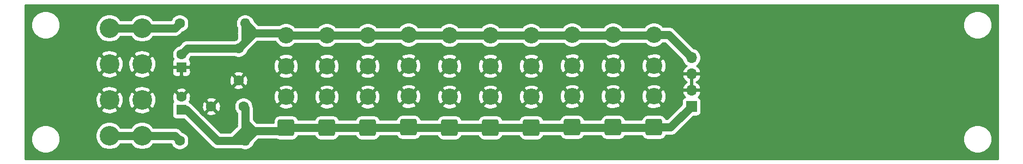
<source format=gtl>
%TF.GenerationSoftware,KiCad,Pcbnew,(5.1.8-0-10_14)*%
%TF.CreationDate,2021-01-31T16:02:45+00:00*%
%TF.ProjectId,cgs-power-distrib,6367732d-706f-4776-9572-2d6469737472,v01*%
%TF.SameCoordinates,Original*%
%TF.FileFunction,Copper,L1,Top*%
%TF.FilePolarity,Positive*%
%FSLAX46Y46*%
G04 Gerber Fmt 4.6, Leading zero omitted, Abs format (unit mm)*
G04 Created by KiCad (PCBNEW (5.1.8-0-10_14)) date 2021-01-31 16:02:45*
%MOMM*%
%LPD*%
G01*
G04 APERTURE LIST*
%TA.AperFunction,ComponentPad*%
%ADD10C,2.550000*%
%TD*%
%TA.AperFunction,ComponentPad*%
%ADD11R,1.600000X1.600000*%
%TD*%
%TA.AperFunction,ComponentPad*%
%ADD12C,1.600000*%
%TD*%
%TA.AperFunction,ComponentPad*%
%ADD13C,3.048000*%
%TD*%
%TA.AperFunction,ComponentPad*%
%ADD14O,1.600000X1.600000*%
%TD*%
%TA.AperFunction,ComponentPad*%
%ADD15R,1.700000X1.700000*%
%TD*%
%TA.AperFunction,ComponentPad*%
%ADD16O,1.700000X1.700000*%
%TD*%
%TA.AperFunction,Conductor*%
%ADD17C,1.270000*%
%TD*%
%TA.AperFunction,Conductor*%
%ADD18C,0.254000*%
%TD*%
%TA.AperFunction,Conductor*%
%ADD19C,0.100000*%
%TD*%
G04 APERTURE END LIST*
%TO.P,J4,1*%
%TO.N,+12V*%
%TA.AperFunction,ComponentPad*%
G36*
G01*
X150123001Y-97287000D02*
X148072999Y-97287000D01*
G75*
G02*
X147823000Y-97037001I0J249999D01*
G01*
X147823000Y-94986999D01*
G75*
G02*
X148072999Y-94737000I249999J0D01*
G01*
X150123001Y-94737000D01*
G75*
G02*
X150373000Y-94986999I0J-249999D01*
G01*
X150373000Y-97037001D01*
G75*
G02*
X150123001Y-97287000I-249999J0D01*
G01*
G37*
%TD.AperFunction*%
D10*
%TO.P,J4,2*%
%TO.N,GNDREF*%
X149098000Y-91212000D03*
%TO.P,J4,3*%
X149098000Y-86412000D03*
%TO.P,J4,4*%
%TO.N,-12V*%
X149098000Y-81612000D03*
%TD*%
%TO.P,J9,1*%
%TO.N,+12V*%
%TA.AperFunction,ComponentPad*%
G36*
G01*
X143773001Y-97287000D02*
X141722999Y-97287000D01*
G75*
G02*
X141473000Y-97037001I0J249999D01*
G01*
X141473000Y-94986999D01*
G75*
G02*
X141722999Y-94737000I249999J0D01*
G01*
X143773001Y-94737000D01*
G75*
G02*
X144023000Y-94986999I0J-249999D01*
G01*
X144023000Y-97037001D01*
G75*
G02*
X143773001Y-97287000I-249999J0D01*
G01*
G37*
%TD.AperFunction*%
%TO.P,J9,2*%
%TO.N,GNDREF*%
X142748000Y-91212000D03*
%TO.P,J9,3*%
X142748000Y-86412000D03*
%TO.P,J9,4*%
%TO.N,-12V*%
X142748000Y-81612000D03*
%TD*%
%TO.P,J2,1*%
%TO.N,+12V*%
%TA.AperFunction,ComponentPad*%
G36*
G01*
X194573001Y-97209000D02*
X192522999Y-97209000D01*
G75*
G02*
X192273000Y-96959001I0J249999D01*
G01*
X192273000Y-94908999D01*
G75*
G02*
X192522999Y-94659000I249999J0D01*
G01*
X194573001Y-94659000D01*
G75*
G02*
X194823000Y-94908999I0J-249999D01*
G01*
X194823000Y-96959001D01*
G75*
G02*
X194573001Y-97209000I-249999J0D01*
G01*
G37*
%TD.AperFunction*%
%TO.P,J2,2*%
%TO.N,GNDREF*%
X193548000Y-91134000D03*
%TO.P,J2,3*%
X193548000Y-86334000D03*
%TO.P,J2,4*%
%TO.N,-12V*%
X193548000Y-81534000D03*
%TD*%
%TO.P,J3,1*%
%TO.N,+12V*%
%TA.AperFunction,ComponentPad*%
G36*
G01*
X156473001Y-97287000D02*
X154422999Y-97287000D01*
G75*
G02*
X154173000Y-97037001I0J249999D01*
G01*
X154173000Y-94986999D01*
G75*
G02*
X154422999Y-94737000I249999J0D01*
G01*
X156473001Y-94737000D01*
G75*
G02*
X156723000Y-94986999I0J-249999D01*
G01*
X156723000Y-97037001D01*
G75*
G02*
X156473001Y-97287000I-249999J0D01*
G01*
G37*
%TD.AperFunction*%
%TO.P,J3,2*%
%TO.N,GNDREF*%
X155448000Y-91212000D03*
%TO.P,J3,3*%
X155448000Y-86412000D03*
%TO.P,J3,4*%
%TO.N,-12V*%
X155448000Y-81612000D03*
%TD*%
%TO.P,J5,1*%
%TO.N,+12V*%
%TA.AperFunction,ComponentPad*%
G36*
G01*
X162823001Y-97209000D02*
X160772999Y-97209000D01*
G75*
G02*
X160523000Y-96959001I0J249999D01*
G01*
X160523000Y-94908999D01*
G75*
G02*
X160772999Y-94659000I249999J0D01*
G01*
X162823001Y-94659000D01*
G75*
G02*
X163073000Y-94908999I0J-249999D01*
G01*
X163073000Y-96959001D01*
G75*
G02*
X162823001Y-97209000I-249999J0D01*
G01*
G37*
%TD.AperFunction*%
%TO.P,J5,2*%
%TO.N,GNDREF*%
X161798000Y-91134000D03*
%TO.P,J5,3*%
X161798000Y-86334000D03*
%TO.P,J5,4*%
%TO.N,-12V*%
X161798000Y-81534000D03*
%TD*%
%TO.P,J6,1*%
%TO.N,+12V*%
%TA.AperFunction,ComponentPad*%
G36*
G01*
X169173001Y-97287000D02*
X167122999Y-97287000D01*
G75*
G02*
X166873000Y-97037001I0J249999D01*
G01*
X166873000Y-94986999D01*
G75*
G02*
X167122999Y-94737000I249999J0D01*
G01*
X169173001Y-94737000D01*
G75*
G02*
X169423000Y-94986999I0J-249999D01*
G01*
X169423000Y-97037001D01*
G75*
G02*
X169173001Y-97287000I-249999J0D01*
G01*
G37*
%TD.AperFunction*%
%TO.P,J6,2*%
%TO.N,GNDREF*%
X168148000Y-91212000D03*
%TO.P,J6,3*%
X168148000Y-86412000D03*
%TO.P,J6,4*%
%TO.N,-12V*%
X168148000Y-81612000D03*
%TD*%
%TO.P,J7,1*%
%TO.N,+12V*%
%TA.AperFunction,ComponentPad*%
G36*
G01*
X200923001Y-97209000D02*
X198872999Y-97209000D01*
G75*
G02*
X198623000Y-96959001I0J249999D01*
G01*
X198623000Y-94908999D01*
G75*
G02*
X198872999Y-94659000I249999J0D01*
G01*
X200923001Y-94659000D01*
G75*
G02*
X201173000Y-94908999I0J-249999D01*
G01*
X201173000Y-96959001D01*
G75*
G02*
X200923001Y-97209000I-249999J0D01*
G01*
G37*
%TD.AperFunction*%
%TO.P,J7,2*%
%TO.N,GNDREF*%
X199898000Y-91134000D03*
%TO.P,J7,3*%
X199898000Y-86334000D03*
%TO.P,J7,4*%
%TO.N,-12V*%
X199898000Y-81534000D03*
%TD*%
%TO.P,J8,1*%
%TO.N,+12V*%
%TA.AperFunction,ComponentPad*%
G36*
G01*
X175523001Y-97287000D02*
X173472999Y-97287000D01*
G75*
G02*
X173223000Y-97037001I0J249999D01*
G01*
X173223000Y-94986999D01*
G75*
G02*
X173472999Y-94737000I249999J0D01*
G01*
X175523001Y-94737000D01*
G75*
G02*
X175773000Y-94986999I0J-249999D01*
G01*
X175773000Y-97037001D01*
G75*
G02*
X175523001Y-97287000I-249999J0D01*
G01*
G37*
%TD.AperFunction*%
%TO.P,J8,2*%
%TO.N,GNDREF*%
X174498000Y-91212000D03*
%TO.P,J8,3*%
X174498000Y-86412000D03*
%TO.P,J8,4*%
%TO.N,-12V*%
X174498000Y-81612000D03*
%TD*%
%TO.P,J10,1*%
%TO.N,+12V*%
%TA.AperFunction,ComponentPad*%
G36*
G01*
X181873001Y-97287000D02*
X179822999Y-97287000D01*
G75*
G02*
X179573000Y-97037001I0J249999D01*
G01*
X179573000Y-94986999D01*
G75*
G02*
X179822999Y-94737000I249999J0D01*
G01*
X181873001Y-94737000D01*
G75*
G02*
X182123000Y-94986999I0J-249999D01*
G01*
X182123000Y-97037001D01*
G75*
G02*
X181873001Y-97287000I-249999J0D01*
G01*
G37*
%TD.AperFunction*%
%TO.P,J10,2*%
%TO.N,GNDREF*%
X180848000Y-91212000D03*
%TO.P,J10,3*%
X180848000Y-86412000D03*
%TO.P,J10,4*%
%TO.N,-12V*%
X180848000Y-81612000D03*
%TD*%
%TO.P,J11,1*%
%TO.N,+12V*%
%TA.AperFunction,ComponentPad*%
G36*
G01*
X188223001Y-97209000D02*
X186172999Y-97209000D01*
G75*
G02*
X185923000Y-96959001I0J249999D01*
G01*
X185923000Y-94908999D01*
G75*
G02*
X186172999Y-94659000I249999J0D01*
G01*
X188223001Y-94659000D01*
G75*
G02*
X188473000Y-94908999I0J-249999D01*
G01*
X188473000Y-96959001D01*
G75*
G02*
X188223001Y-97209000I-249999J0D01*
G01*
G37*
%TD.AperFunction*%
%TO.P,J11,2*%
%TO.N,GNDREF*%
X187198000Y-91134000D03*
%TO.P,J11,3*%
X187198000Y-86334000D03*
%TO.P,J11,4*%
%TO.N,-12V*%
X187198000Y-81534000D03*
%TD*%
D11*
%TO.P,C1,1*%
%TO.N,+12V*%
X126492000Y-93218000D03*
D12*
%TO.P,C1,2*%
%TO.N,GNDREF*%
X126492000Y-91218000D03*
%TD*%
%TO.P,C2,2*%
%TO.N,-12V*%
X126492000Y-84614000D03*
D11*
%TO.P,C2,1*%
%TO.N,GNDREF*%
X126492000Y-86614000D03*
%TD*%
D12*
%TO.P,C3,1*%
%TO.N,+12V*%
X136144000Y-92710000D03*
%TO.P,C3,2*%
%TO.N,GNDREF*%
X131144000Y-92710000D03*
%TD*%
%TO.P,C4,2*%
%TO.N,-12V*%
X135382000Y-83646000D03*
%TO.P,C4,1*%
%TO.N,GNDREF*%
X135382000Y-88646000D03*
%TD*%
D13*
%TO.P,J1,2*%
%TO.N,GNDREF*%
X120396000Y-91694000D03*
X115316000Y-91694000D03*
%TO.P,J1,1*%
%TO.N,Net-(J1-Pad1)*%
X115316000Y-97282000D03*
X120396000Y-97282000D03*
%TO.P,J1,3*%
%TO.N,GNDREF*%
X120396000Y-86106000D03*
%TO.P,J1,4*%
%TO.N,Net-(J1-Pad4)*%
X115316000Y-80518000D03*
X120396000Y-80518000D03*
%TO.P,J1,3*%
%TO.N,GNDREF*%
X115316000Y-86106000D03*
%TD*%
D12*
%TO.P,L1,1*%
%TO.N,Net-(J1-Pad1)*%
X126238000Y-98044000D03*
D14*
%TO.P,L1,2*%
%TO.N,+12V*%
X136398000Y-98044000D03*
%TD*%
%TO.P,L2,2*%
%TO.N,-12V*%
X136398000Y-79756000D03*
D12*
%TO.P,L2,1*%
%TO.N,Net-(J1-Pad4)*%
X126238000Y-79756000D03*
%TD*%
D15*
%TO.P,J12,1*%
%TO.N,+12V*%
X205740000Y-92710000D03*
D16*
%TO.P,J12,2*%
%TO.N,GNDREF*%
X205740000Y-90170000D03*
%TO.P,J12,3*%
X205740000Y-87630000D03*
%TO.P,J12,4*%
%TO.N,-12V*%
X205740000Y-85090000D03*
%TD*%
D17*
%TO.N,+12V*%
X136398000Y-92964000D02*
X136144000Y-92710000D01*
X126492000Y-93218000D02*
X127254000Y-93218000D01*
X127254000Y-93218000D02*
X132080000Y-98044000D01*
X142240000Y-96520000D02*
X142748000Y-96012000D01*
X136398000Y-98044000D02*
X136398000Y-96520000D01*
X199820000Y-96012000D02*
X199898000Y-95934000D01*
X142748000Y-96012000D02*
X199820000Y-96012000D01*
X202516000Y-95934000D02*
X205740000Y-92710000D01*
X199898000Y-95934000D02*
X202516000Y-95934000D01*
X136398000Y-98044000D02*
X137668000Y-96774000D01*
X137668000Y-96774000D02*
X137668000Y-96520000D01*
X137668000Y-96520000D02*
X142240000Y-96520000D01*
X136398000Y-96520000D02*
X137668000Y-96520000D01*
X136398000Y-96520000D02*
X136144000Y-96520000D01*
X136144000Y-96520000D02*
X134620000Y-98044000D01*
X134620000Y-98044000D02*
X136398000Y-98044000D01*
X132080000Y-98044000D02*
X134620000Y-98044000D01*
X136652000Y-95504000D02*
X137668000Y-96520000D01*
X136398000Y-95504000D02*
X136652000Y-95504000D01*
X136398000Y-96520000D02*
X136398000Y-95504000D01*
X136398000Y-95504000D02*
X136398000Y-92964000D01*
%TO.N,-12V*%
X136398000Y-82630000D02*
X135382000Y-83646000D01*
X127460000Y-83646000D02*
X126492000Y-84614000D01*
X135382000Y-83646000D02*
X127460000Y-83646000D01*
X142416000Y-81280000D02*
X142748000Y-81612000D01*
X136398000Y-79756000D02*
X136398000Y-81280000D01*
X136398000Y-81280000D02*
X136398000Y-82630000D01*
X199820000Y-81612000D02*
X199898000Y-81534000D01*
X142748000Y-81612000D02*
X199820000Y-81612000D01*
X202184000Y-81534000D02*
X205740000Y-85090000D01*
X199898000Y-81534000D02*
X202184000Y-81534000D01*
X137414000Y-80772000D02*
X137414000Y-81280000D01*
X136398000Y-79756000D02*
X137414000Y-80772000D01*
X137414000Y-81280000D02*
X142416000Y-81280000D01*
X136398000Y-81280000D02*
X137414000Y-81280000D01*
X137414000Y-81614000D02*
X137414000Y-81280000D01*
X135382000Y-83646000D02*
X137414000Y-81614000D01*
%TO.N,Net-(J1-Pad1)*%
X115316000Y-97282000D02*
X120396000Y-97282000D01*
X125476000Y-97282000D02*
X126238000Y-98044000D01*
X120396000Y-97282000D02*
X125476000Y-97282000D01*
%TO.N,Net-(J1-Pad4)*%
X115316000Y-80518000D02*
X120396000Y-80518000D01*
X125476000Y-80518000D02*
X126238000Y-79756000D01*
X120396000Y-80518000D02*
X125476000Y-80518000D01*
%TD*%
D18*
%TO.N,GNDREF*%
X253352301Y-100952300D02*
X102247700Y-100952300D01*
X102247700Y-97569872D01*
X103175000Y-97569872D01*
X103175000Y-98010128D01*
X103260890Y-98441925D01*
X103429369Y-98848669D01*
X103673962Y-99214729D01*
X103985271Y-99526038D01*
X104351331Y-99770631D01*
X104758075Y-99939110D01*
X105189872Y-100025000D01*
X105630128Y-100025000D01*
X106061925Y-99939110D01*
X106468669Y-99770631D01*
X106834729Y-99526038D01*
X107146038Y-99214729D01*
X107390631Y-98848669D01*
X107559110Y-98441925D01*
X107645000Y-98010128D01*
X107645000Y-97569872D01*
X107559110Y-97138075D01*
X107530647Y-97069357D01*
X113157000Y-97069357D01*
X113157000Y-97494643D01*
X113239970Y-97911757D01*
X113402719Y-98304670D01*
X113638996Y-98658282D01*
X113939718Y-98959004D01*
X114293330Y-99195281D01*
X114686243Y-99358030D01*
X115103357Y-99441000D01*
X115528643Y-99441000D01*
X115945757Y-99358030D01*
X116338670Y-99195281D01*
X116692282Y-98959004D01*
X116993004Y-98658282D01*
X117064020Y-98552000D01*
X118647980Y-98552000D01*
X118718996Y-98658282D01*
X119019718Y-98959004D01*
X119373330Y-99195281D01*
X119766243Y-99358030D01*
X120183357Y-99441000D01*
X120608643Y-99441000D01*
X121025757Y-99358030D01*
X121418670Y-99195281D01*
X121772282Y-98959004D01*
X122073004Y-98658282D01*
X122144020Y-98552000D01*
X124895188Y-98552000D01*
X124966320Y-98723727D01*
X125123363Y-98958759D01*
X125323241Y-99158637D01*
X125558273Y-99315680D01*
X125819426Y-99423853D01*
X126096665Y-99479000D01*
X126379335Y-99479000D01*
X126656574Y-99423853D01*
X126917727Y-99315680D01*
X127152759Y-99158637D01*
X127352637Y-98958759D01*
X127509680Y-98723727D01*
X127617853Y-98462574D01*
X127673000Y-98185335D01*
X127673000Y-97902665D01*
X127617853Y-97625426D01*
X127509680Y-97364273D01*
X127352637Y-97129241D01*
X127152759Y-96929363D01*
X126917727Y-96772320D01*
X126656574Y-96664147D01*
X126653607Y-96663557D01*
X126418141Y-96428091D01*
X126378370Y-96379630D01*
X126184988Y-96220925D01*
X125964359Y-96102997D01*
X125724963Y-96030377D01*
X125538380Y-96012000D01*
X125538373Y-96012000D01*
X125476000Y-96005857D01*
X125413627Y-96012000D01*
X122144020Y-96012000D01*
X122073004Y-95905718D01*
X121772282Y-95604996D01*
X121418670Y-95368719D01*
X121025757Y-95205970D01*
X120608643Y-95123000D01*
X120183357Y-95123000D01*
X119766243Y-95205970D01*
X119373330Y-95368719D01*
X119019718Y-95604996D01*
X118718996Y-95905718D01*
X118647980Y-96012000D01*
X117064020Y-96012000D01*
X116993004Y-95905718D01*
X116692282Y-95604996D01*
X116338670Y-95368719D01*
X115945757Y-95205970D01*
X115528643Y-95123000D01*
X115103357Y-95123000D01*
X114686243Y-95205970D01*
X114293330Y-95368719D01*
X113939718Y-95604996D01*
X113638996Y-95905718D01*
X113402719Y-96259330D01*
X113239970Y-96652243D01*
X113157000Y-97069357D01*
X107530647Y-97069357D01*
X107390631Y-96731331D01*
X107146038Y-96365271D01*
X106834729Y-96053962D01*
X106468669Y-95809369D01*
X106061925Y-95640890D01*
X105630128Y-95555000D01*
X105189872Y-95555000D01*
X104758075Y-95640890D01*
X104351331Y-95809369D01*
X103985271Y-96053962D01*
X103673962Y-96365271D01*
X103429369Y-96731331D01*
X103260890Y-97138075D01*
X103175000Y-97569872D01*
X102247700Y-97569872D01*
X102247700Y-93202740D01*
X113986865Y-93202740D01*
X114145764Y-93520758D01*
X114524632Y-93713959D01*
X114933913Y-93829534D01*
X115357876Y-93863042D01*
X115780230Y-93813194D01*
X116184744Y-93681908D01*
X116486236Y-93520758D01*
X116645135Y-93202740D01*
X119066865Y-93202740D01*
X119225764Y-93520758D01*
X119604632Y-93713959D01*
X120013913Y-93829534D01*
X120437876Y-93863042D01*
X120860230Y-93813194D01*
X121264744Y-93681908D01*
X121566236Y-93520758D01*
X121725135Y-93202740D01*
X120396000Y-91873605D01*
X119066865Y-93202740D01*
X116645135Y-93202740D01*
X115316000Y-91873605D01*
X113986865Y-93202740D01*
X102247700Y-93202740D01*
X102247700Y-91735876D01*
X113146958Y-91735876D01*
X113196806Y-92158230D01*
X113328092Y-92562744D01*
X113489242Y-92864236D01*
X113807260Y-93023135D01*
X115136395Y-91694000D01*
X115495605Y-91694000D01*
X116824740Y-93023135D01*
X117142758Y-92864236D01*
X117335959Y-92485368D01*
X117451534Y-92076087D01*
X117478422Y-91735876D01*
X118226958Y-91735876D01*
X118276806Y-92158230D01*
X118408092Y-92562744D01*
X118569242Y-92864236D01*
X118887260Y-93023135D01*
X120216395Y-91694000D01*
X120575605Y-91694000D01*
X121904740Y-93023135D01*
X122222758Y-92864236D01*
X122415959Y-92485368D01*
X122531534Y-92076087D01*
X122565042Y-91652124D01*
X122522127Y-91288512D01*
X125051783Y-91288512D01*
X125093213Y-91568130D01*
X125188397Y-91834292D01*
X125253616Y-91956309D01*
X125240815Y-91966815D01*
X125161463Y-92063506D01*
X125102498Y-92173820D01*
X125066188Y-92293518D01*
X125053928Y-92418000D01*
X125053928Y-94018000D01*
X125066188Y-94142482D01*
X125102498Y-94262180D01*
X125161463Y-94372494D01*
X125240815Y-94469185D01*
X125337506Y-94548537D01*
X125447820Y-94607502D01*
X125567518Y-94643812D01*
X125692000Y-94656072D01*
X126896022Y-94656072D01*
X131137868Y-98897920D01*
X131177630Y-98946370D01*
X131226080Y-98986132D01*
X131226083Y-98986135D01*
X131276086Y-99027171D01*
X131371012Y-99105075D01*
X131576161Y-99214729D01*
X131591641Y-99223003D01*
X131831037Y-99295623D01*
X132080000Y-99320144D01*
X132142380Y-99314000D01*
X134557627Y-99314000D01*
X134620000Y-99320143D01*
X134682373Y-99314000D01*
X135715759Y-99314000D01*
X135718273Y-99315680D01*
X135979426Y-99423853D01*
X136256665Y-99479000D01*
X136539335Y-99479000D01*
X136816574Y-99423853D01*
X137077727Y-99315680D01*
X137312759Y-99158637D01*
X137512637Y-98958759D01*
X137669680Y-98723727D01*
X137777853Y-98462574D01*
X137778443Y-98459607D01*
X138448051Y-97790000D01*
X141256918Y-97790000D01*
X141383149Y-97857472D01*
X141549745Y-97908008D01*
X141722999Y-97925072D01*
X143773001Y-97925072D01*
X143946255Y-97908008D01*
X144112851Y-97857472D01*
X144266387Y-97775405D01*
X144400962Y-97664962D01*
X144511405Y-97530387D01*
X144593472Y-97376851D01*
X144622245Y-97282000D01*
X147223755Y-97282000D01*
X147252528Y-97376851D01*
X147334595Y-97530387D01*
X147445038Y-97664962D01*
X147579613Y-97775405D01*
X147733149Y-97857472D01*
X147899745Y-97908008D01*
X148072999Y-97925072D01*
X150123001Y-97925072D01*
X150296255Y-97908008D01*
X150462851Y-97857472D01*
X150616387Y-97775405D01*
X150750962Y-97664962D01*
X150861405Y-97530387D01*
X150943472Y-97376851D01*
X150972245Y-97282000D01*
X153573755Y-97282000D01*
X153602528Y-97376851D01*
X153684595Y-97530387D01*
X153795038Y-97664962D01*
X153929613Y-97775405D01*
X154083149Y-97857472D01*
X154249745Y-97908008D01*
X154422999Y-97925072D01*
X156473001Y-97925072D01*
X156646255Y-97908008D01*
X156812851Y-97857472D01*
X156966387Y-97775405D01*
X157100962Y-97664962D01*
X157211405Y-97530387D01*
X157293472Y-97376851D01*
X157322245Y-97282000D01*
X159947416Y-97282000D01*
X159952528Y-97298851D01*
X160034595Y-97452387D01*
X160145038Y-97586962D01*
X160279613Y-97697405D01*
X160433149Y-97779472D01*
X160599745Y-97830008D01*
X160772999Y-97847072D01*
X162823001Y-97847072D01*
X162996255Y-97830008D01*
X163162851Y-97779472D01*
X163316387Y-97697405D01*
X163450962Y-97586962D01*
X163561405Y-97452387D01*
X163643472Y-97298851D01*
X163648584Y-97282000D01*
X166273755Y-97282000D01*
X166302528Y-97376851D01*
X166384595Y-97530387D01*
X166495038Y-97664962D01*
X166629613Y-97775405D01*
X166783149Y-97857472D01*
X166949745Y-97908008D01*
X167122999Y-97925072D01*
X169173001Y-97925072D01*
X169346255Y-97908008D01*
X169512851Y-97857472D01*
X169666387Y-97775405D01*
X169800962Y-97664962D01*
X169911405Y-97530387D01*
X169993472Y-97376851D01*
X170022245Y-97282000D01*
X172623755Y-97282000D01*
X172652528Y-97376851D01*
X172734595Y-97530387D01*
X172845038Y-97664962D01*
X172979613Y-97775405D01*
X173133149Y-97857472D01*
X173299745Y-97908008D01*
X173472999Y-97925072D01*
X175523001Y-97925072D01*
X175696255Y-97908008D01*
X175862851Y-97857472D01*
X176016387Y-97775405D01*
X176150962Y-97664962D01*
X176261405Y-97530387D01*
X176343472Y-97376851D01*
X176372245Y-97282000D01*
X178973755Y-97282000D01*
X179002528Y-97376851D01*
X179084595Y-97530387D01*
X179195038Y-97664962D01*
X179329613Y-97775405D01*
X179483149Y-97857472D01*
X179649745Y-97908008D01*
X179822999Y-97925072D01*
X181873001Y-97925072D01*
X182046255Y-97908008D01*
X182212851Y-97857472D01*
X182366387Y-97775405D01*
X182500962Y-97664962D01*
X182611405Y-97530387D01*
X182693472Y-97376851D01*
X182722245Y-97282000D01*
X185347416Y-97282000D01*
X185352528Y-97298851D01*
X185434595Y-97452387D01*
X185545038Y-97586962D01*
X185679613Y-97697405D01*
X185833149Y-97779472D01*
X185999745Y-97830008D01*
X186172999Y-97847072D01*
X188223001Y-97847072D01*
X188396255Y-97830008D01*
X188562851Y-97779472D01*
X188716387Y-97697405D01*
X188850962Y-97586962D01*
X188961405Y-97452387D01*
X189043472Y-97298851D01*
X189048584Y-97282000D01*
X191697416Y-97282000D01*
X191702528Y-97298851D01*
X191784595Y-97452387D01*
X191895038Y-97586962D01*
X192029613Y-97697405D01*
X192183149Y-97779472D01*
X192349745Y-97830008D01*
X192522999Y-97847072D01*
X194573001Y-97847072D01*
X194746255Y-97830008D01*
X194912851Y-97779472D01*
X195066387Y-97697405D01*
X195200962Y-97586962D01*
X195311405Y-97452387D01*
X195393472Y-97298851D01*
X195398584Y-97282000D01*
X198047416Y-97282000D01*
X198052528Y-97298851D01*
X198134595Y-97452387D01*
X198245038Y-97586962D01*
X198379613Y-97697405D01*
X198533149Y-97779472D01*
X198699745Y-97830008D01*
X198872999Y-97847072D01*
X200923001Y-97847072D01*
X201096255Y-97830008D01*
X201262851Y-97779472D01*
X201416387Y-97697405D01*
X201550962Y-97586962D01*
X201564987Y-97569872D01*
X247955000Y-97569872D01*
X247955000Y-98010128D01*
X248040890Y-98441925D01*
X248209369Y-98848669D01*
X248453962Y-99214729D01*
X248765271Y-99526038D01*
X249131331Y-99770631D01*
X249538075Y-99939110D01*
X249969872Y-100025000D01*
X250410128Y-100025000D01*
X250841925Y-99939110D01*
X251248669Y-99770631D01*
X251614729Y-99526038D01*
X251926038Y-99214729D01*
X252170631Y-98848669D01*
X252339110Y-98441925D01*
X252425000Y-98010128D01*
X252425000Y-97569872D01*
X252339110Y-97138075D01*
X252170631Y-96731331D01*
X251926038Y-96365271D01*
X251614729Y-96053962D01*
X251248669Y-95809369D01*
X250841925Y-95640890D01*
X250410128Y-95555000D01*
X249969872Y-95555000D01*
X249538075Y-95640890D01*
X249131331Y-95809369D01*
X248765271Y-96053962D01*
X248453962Y-96365271D01*
X248209369Y-96731331D01*
X248040890Y-97138075D01*
X247955000Y-97569872D01*
X201564987Y-97569872D01*
X201661405Y-97452387D01*
X201743472Y-97298851D01*
X201772245Y-97204000D01*
X202453627Y-97204000D01*
X202516000Y-97210143D01*
X202578373Y-97204000D01*
X202578380Y-97204000D01*
X202764963Y-97185623D01*
X203004359Y-97113003D01*
X203224988Y-96995075D01*
X203418370Y-96836370D01*
X203458141Y-96787909D01*
X206047979Y-94198072D01*
X206590000Y-94198072D01*
X206714482Y-94185812D01*
X206834180Y-94149502D01*
X206944494Y-94090537D01*
X207041185Y-94011185D01*
X207120537Y-93914494D01*
X207179502Y-93804180D01*
X207215812Y-93684482D01*
X207228072Y-93560000D01*
X207228072Y-91860000D01*
X207215812Y-91735518D01*
X207179502Y-91615820D01*
X207120537Y-91505506D01*
X207041185Y-91408815D01*
X206944494Y-91329463D01*
X206834180Y-91270498D01*
X206753534Y-91246034D01*
X206837588Y-91170269D01*
X207011641Y-90936920D01*
X207136825Y-90674099D01*
X207181476Y-90526890D01*
X207060155Y-90297000D01*
X205867000Y-90297000D01*
X205867000Y-90317000D01*
X205613000Y-90317000D01*
X205613000Y-90297000D01*
X204419845Y-90297000D01*
X204298524Y-90526890D01*
X204343175Y-90674099D01*
X204468359Y-90936920D01*
X204642412Y-91170269D01*
X204726466Y-91246034D01*
X204645820Y-91270498D01*
X204535506Y-91329463D01*
X204438815Y-91408815D01*
X204359463Y-91505506D01*
X204300498Y-91615820D01*
X204264188Y-91735518D01*
X204251928Y-91860000D01*
X204251928Y-92402021D01*
X201989950Y-94664000D01*
X201772245Y-94664000D01*
X201743472Y-94569149D01*
X201661405Y-94415613D01*
X201550962Y-94281038D01*
X201416387Y-94170595D01*
X201262851Y-94088528D01*
X201096255Y-94037992D01*
X200923001Y-94020928D01*
X198872999Y-94020928D01*
X198699745Y-94037992D01*
X198533149Y-94088528D01*
X198379613Y-94170595D01*
X198245038Y-94281038D01*
X198134595Y-94415613D01*
X198052528Y-94569149D01*
X198001992Y-94735745D01*
X198001376Y-94742000D01*
X195444624Y-94742000D01*
X195444008Y-94735745D01*
X195393472Y-94569149D01*
X195311405Y-94415613D01*
X195200962Y-94281038D01*
X195066387Y-94170595D01*
X194912851Y-94088528D01*
X194746255Y-94037992D01*
X194573001Y-94020928D01*
X192522999Y-94020928D01*
X192349745Y-94037992D01*
X192183149Y-94088528D01*
X192029613Y-94170595D01*
X191895038Y-94281038D01*
X191784595Y-94415613D01*
X191702528Y-94569149D01*
X191651992Y-94735745D01*
X191651376Y-94742000D01*
X189094624Y-94742000D01*
X189094008Y-94735745D01*
X189043472Y-94569149D01*
X188961405Y-94415613D01*
X188850962Y-94281038D01*
X188716387Y-94170595D01*
X188562851Y-94088528D01*
X188396255Y-94037992D01*
X188223001Y-94020928D01*
X186172999Y-94020928D01*
X185999745Y-94037992D01*
X185833149Y-94088528D01*
X185679613Y-94170595D01*
X185545038Y-94281038D01*
X185434595Y-94415613D01*
X185352528Y-94569149D01*
X185301992Y-94735745D01*
X185301376Y-94742000D01*
X182722245Y-94742000D01*
X182693472Y-94647149D01*
X182611405Y-94493613D01*
X182500962Y-94359038D01*
X182366387Y-94248595D01*
X182212851Y-94166528D01*
X182046255Y-94115992D01*
X181873001Y-94098928D01*
X179822999Y-94098928D01*
X179649745Y-94115992D01*
X179483149Y-94166528D01*
X179329613Y-94248595D01*
X179195038Y-94359038D01*
X179084595Y-94493613D01*
X179002528Y-94647149D01*
X178973755Y-94742000D01*
X176372245Y-94742000D01*
X176343472Y-94647149D01*
X176261405Y-94493613D01*
X176150962Y-94359038D01*
X176016387Y-94248595D01*
X175862851Y-94166528D01*
X175696255Y-94115992D01*
X175523001Y-94098928D01*
X173472999Y-94098928D01*
X173299745Y-94115992D01*
X173133149Y-94166528D01*
X172979613Y-94248595D01*
X172845038Y-94359038D01*
X172734595Y-94493613D01*
X172652528Y-94647149D01*
X172623755Y-94742000D01*
X170022245Y-94742000D01*
X169993472Y-94647149D01*
X169911405Y-94493613D01*
X169800962Y-94359038D01*
X169666387Y-94248595D01*
X169512851Y-94166528D01*
X169346255Y-94115992D01*
X169173001Y-94098928D01*
X167122999Y-94098928D01*
X166949745Y-94115992D01*
X166783149Y-94166528D01*
X166629613Y-94248595D01*
X166495038Y-94359038D01*
X166384595Y-94493613D01*
X166302528Y-94647149D01*
X166273755Y-94742000D01*
X163694624Y-94742000D01*
X163694008Y-94735745D01*
X163643472Y-94569149D01*
X163561405Y-94415613D01*
X163450962Y-94281038D01*
X163316387Y-94170595D01*
X163162851Y-94088528D01*
X162996255Y-94037992D01*
X162823001Y-94020928D01*
X160772999Y-94020928D01*
X160599745Y-94037992D01*
X160433149Y-94088528D01*
X160279613Y-94170595D01*
X160145038Y-94281038D01*
X160034595Y-94415613D01*
X159952528Y-94569149D01*
X159901992Y-94735745D01*
X159901376Y-94742000D01*
X157322245Y-94742000D01*
X157293472Y-94647149D01*
X157211405Y-94493613D01*
X157100962Y-94359038D01*
X156966387Y-94248595D01*
X156812851Y-94166528D01*
X156646255Y-94115992D01*
X156473001Y-94098928D01*
X154422999Y-94098928D01*
X154249745Y-94115992D01*
X154083149Y-94166528D01*
X153929613Y-94248595D01*
X153795038Y-94359038D01*
X153684595Y-94493613D01*
X153602528Y-94647149D01*
X153573755Y-94742000D01*
X150972245Y-94742000D01*
X150943472Y-94647149D01*
X150861405Y-94493613D01*
X150750962Y-94359038D01*
X150616387Y-94248595D01*
X150462851Y-94166528D01*
X150296255Y-94115992D01*
X150123001Y-94098928D01*
X148072999Y-94098928D01*
X147899745Y-94115992D01*
X147733149Y-94166528D01*
X147579613Y-94248595D01*
X147445038Y-94359038D01*
X147334595Y-94493613D01*
X147252528Y-94647149D01*
X147223755Y-94742000D01*
X144622245Y-94742000D01*
X144593472Y-94647149D01*
X144511405Y-94493613D01*
X144400962Y-94359038D01*
X144266387Y-94248595D01*
X144112851Y-94166528D01*
X143946255Y-94115992D01*
X143773001Y-94098928D01*
X141722999Y-94098928D01*
X141549745Y-94115992D01*
X141383149Y-94166528D01*
X141229613Y-94248595D01*
X141095038Y-94359038D01*
X140984595Y-94493613D01*
X140902528Y-94647149D01*
X140851992Y-94813745D01*
X140834928Y-94986999D01*
X140834928Y-95250000D01*
X138194051Y-95250000D01*
X137668000Y-94723950D01*
X137668000Y-93026372D01*
X137674143Y-92963999D01*
X137668000Y-92901626D01*
X137668000Y-92901620D01*
X137649623Y-92715037D01*
X137597563Y-92543415D01*
X141596190Y-92543415D01*
X141725116Y-92835945D01*
X142061586Y-93004296D01*
X142424435Y-93103771D01*
X142799718Y-93130545D01*
X143173015Y-93083591D01*
X143529978Y-92964713D01*
X143770884Y-92835945D01*
X143899810Y-92543415D01*
X147946190Y-92543415D01*
X148075116Y-92835945D01*
X148411586Y-93004296D01*
X148774435Y-93103771D01*
X149149718Y-93130545D01*
X149523015Y-93083591D01*
X149879978Y-92964713D01*
X150120884Y-92835945D01*
X150249810Y-92543415D01*
X154296190Y-92543415D01*
X154425116Y-92835945D01*
X154761586Y-93004296D01*
X155124435Y-93103771D01*
X155499718Y-93130545D01*
X155873015Y-93083591D01*
X156229978Y-92964713D01*
X156470884Y-92835945D01*
X156599810Y-92543415D01*
X156521810Y-92465415D01*
X160646190Y-92465415D01*
X160775116Y-92757945D01*
X161111586Y-92926296D01*
X161474435Y-93025771D01*
X161849718Y-93052545D01*
X162223015Y-93005591D01*
X162579978Y-92886713D01*
X162820884Y-92757945D01*
X162915433Y-92543415D01*
X166996190Y-92543415D01*
X167125116Y-92835945D01*
X167461586Y-93004296D01*
X167824435Y-93103771D01*
X168199718Y-93130545D01*
X168573015Y-93083591D01*
X168929978Y-92964713D01*
X169170884Y-92835945D01*
X169299810Y-92543415D01*
X173346190Y-92543415D01*
X173475116Y-92835945D01*
X173811586Y-93004296D01*
X174174435Y-93103771D01*
X174549718Y-93130545D01*
X174923015Y-93083591D01*
X175279978Y-92964713D01*
X175520884Y-92835945D01*
X175649810Y-92543415D01*
X179696190Y-92543415D01*
X179825116Y-92835945D01*
X180161586Y-93004296D01*
X180524435Y-93103771D01*
X180899718Y-93130545D01*
X181273015Y-93083591D01*
X181629978Y-92964713D01*
X181870884Y-92835945D01*
X181999810Y-92543415D01*
X181921810Y-92465415D01*
X186046190Y-92465415D01*
X186175116Y-92757945D01*
X186511586Y-92926296D01*
X186874435Y-93025771D01*
X187249718Y-93052545D01*
X187623015Y-93005591D01*
X187979978Y-92886713D01*
X188220884Y-92757945D01*
X188349810Y-92465415D01*
X192396190Y-92465415D01*
X192525116Y-92757945D01*
X192861586Y-92926296D01*
X193224435Y-93025771D01*
X193599718Y-93052545D01*
X193973015Y-93005591D01*
X194329978Y-92886713D01*
X194570884Y-92757945D01*
X194699810Y-92465415D01*
X198746190Y-92465415D01*
X198875116Y-92757945D01*
X199211586Y-92926296D01*
X199574435Y-93025771D01*
X199949718Y-93052545D01*
X200323015Y-93005591D01*
X200679978Y-92886713D01*
X200920884Y-92757945D01*
X201049810Y-92465415D01*
X199898000Y-91313605D01*
X198746190Y-92465415D01*
X194699810Y-92465415D01*
X193548000Y-91313605D01*
X192396190Y-92465415D01*
X188349810Y-92465415D01*
X187198000Y-91313605D01*
X186046190Y-92465415D01*
X181921810Y-92465415D01*
X180848000Y-91391605D01*
X179696190Y-92543415D01*
X175649810Y-92543415D01*
X174498000Y-91391605D01*
X173346190Y-92543415D01*
X169299810Y-92543415D01*
X168148000Y-91391605D01*
X166996190Y-92543415D01*
X162915433Y-92543415D01*
X162949810Y-92465415D01*
X161798000Y-91313605D01*
X160646190Y-92465415D01*
X156521810Y-92465415D01*
X155448000Y-91391605D01*
X154296190Y-92543415D01*
X150249810Y-92543415D01*
X149098000Y-91391605D01*
X147946190Y-92543415D01*
X143899810Y-92543415D01*
X142748000Y-91391605D01*
X141596190Y-92543415D01*
X137597563Y-92543415D01*
X137577003Y-92475641D01*
X137550712Y-92426454D01*
X137523853Y-92291426D01*
X137415680Y-92030273D01*
X137258637Y-91795241D01*
X137058759Y-91595363D01*
X136823727Y-91438320D01*
X136562574Y-91330147D01*
X136285335Y-91275000D01*
X136002665Y-91275000D01*
X135725426Y-91330147D01*
X135464273Y-91438320D01*
X135229241Y-91595363D01*
X135029363Y-91795241D01*
X134872320Y-92030273D01*
X134764147Y-92291426D01*
X134709000Y-92568665D01*
X134709000Y-92851335D01*
X134764147Y-93128574D01*
X134872320Y-93389727D01*
X135029363Y-93624759D01*
X135128001Y-93723397D01*
X135128000Y-95441619D01*
X135121856Y-95504000D01*
X135128000Y-95566379D01*
X135128000Y-95739949D01*
X134093950Y-96774000D01*
X132606052Y-96774000D01*
X129534754Y-93702702D01*
X130330903Y-93702702D01*
X130402486Y-93946671D01*
X130657996Y-94067571D01*
X130932184Y-94136300D01*
X131214512Y-94150217D01*
X131494130Y-94108787D01*
X131760292Y-94013603D01*
X131885514Y-93946671D01*
X131957097Y-93702702D01*
X131144000Y-92889605D01*
X130330903Y-93702702D01*
X129534754Y-93702702D01*
X128612563Y-92780512D01*
X129703783Y-92780512D01*
X129745213Y-93060130D01*
X129840397Y-93326292D01*
X129907329Y-93451514D01*
X130151298Y-93523097D01*
X130964395Y-92710000D01*
X131323605Y-92710000D01*
X132136702Y-93523097D01*
X132380671Y-93451514D01*
X132501571Y-93196004D01*
X132570300Y-92921816D01*
X132584217Y-92639488D01*
X132542787Y-92359870D01*
X132447603Y-92093708D01*
X132380671Y-91968486D01*
X132136702Y-91896903D01*
X131323605Y-92710000D01*
X130964395Y-92710000D01*
X130151298Y-91896903D01*
X129907329Y-91968486D01*
X129786429Y-92223996D01*
X129717700Y-92498184D01*
X129703783Y-92780512D01*
X128612563Y-92780512D01*
X128196141Y-92364091D01*
X128156370Y-92315630D01*
X127962988Y-92156925D01*
X127836266Y-92089191D01*
X127822537Y-92063506D01*
X127743185Y-91966815D01*
X127730242Y-91956193D01*
X127843280Y-91717298D01*
X130330903Y-91717298D01*
X131144000Y-92530395D01*
X131957097Y-91717298D01*
X131885514Y-91473329D01*
X131630004Y-91352429D01*
X131355816Y-91283700D01*
X131073488Y-91269783D01*
X130793870Y-91311213D01*
X130527708Y-91406397D01*
X130402486Y-91473329D01*
X130330903Y-91717298D01*
X127843280Y-91717298D01*
X127849571Y-91704004D01*
X127918300Y-91429816D01*
X127926487Y-91263718D01*
X140829455Y-91263718D01*
X140876409Y-91637015D01*
X140995287Y-91993978D01*
X141124055Y-92234884D01*
X141416585Y-92363810D01*
X142568395Y-91212000D01*
X142927605Y-91212000D01*
X144079415Y-92363810D01*
X144371945Y-92234884D01*
X144540296Y-91898414D01*
X144639771Y-91535565D01*
X144659165Y-91263718D01*
X147179455Y-91263718D01*
X147226409Y-91637015D01*
X147345287Y-91993978D01*
X147474055Y-92234884D01*
X147766585Y-92363810D01*
X148918395Y-91212000D01*
X149277605Y-91212000D01*
X150429415Y-92363810D01*
X150721945Y-92234884D01*
X150890296Y-91898414D01*
X150989771Y-91535565D01*
X151009165Y-91263718D01*
X153529455Y-91263718D01*
X153576409Y-91637015D01*
X153695287Y-91993978D01*
X153824055Y-92234884D01*
X154116585Y-92363810D01*
X155268395Y-91212000D01*
X155627605Y-91212000D01*
X156779415Y-92363810D01*
X157071945Y-92234884D01*
X157240296Y-91898414D01*
X157339771Y-91535565D01*
X157364730Y-91185718D01*
X159879455Y-91185718D01*
X159926409Y-91559015D01*
X160045287Y-91915978D01*
X160174055Y-92156884D01*
X160466585Y-92285810D01*
X161618395Y-91134000D01*
X161977605Y-91134000D01*
X163129415Y-92285810D01*
X163421945Y-92156884D01*
X163590296Y-91820414D01*
X163689771Y-91457565D01*
X163703600Y-91263718D01*
X166229455Y-91263718D01*
X166276409Y-91637015D01*
X166395287Y-91993978D01*
X166524055Y-92234884D01*
X166816585Y-92363810D01*
X167968395Y-91212000D01*
X168327605Y-91212000D01*
X169479415Y-92363810D01*
X169771945Y-92234884D01*
X169940296Y-91898414D01*
X170039771Y-91535565D01*
X170059165Y-91263718D01*
X172579455Y-91263718D01*
X172626409Y-91637015D01*
X172745287Y-91993978D01*
X172874055Y-92234884D01*
X173166585Y-92363810D01*
X174318395Y-91212000D01*
X174677605Y-91212000D01*
X175829415Y-92363810D01*
X176121945Y-92234884D01*
X176290296Y-91898414D01*
X176389771Y-91535565D01*
X176409165Y-91263718D01*
X178929455Y-91263718D01*
X178976409Y-91637015D01*
X179095287Y-91993978D01*
X179224055Y-92234884D01*
X179516585Y-92363810D01*
X180668395Y-91212000D01*
X181027605Y-91212000D01*
X182179415Y-92363810D01*
X182471945Y-92234884D01*
X182640296Y-91898414D01*
X182739771Y-91535565D01*
X182764730Y-91185718D01*
X185279455Y-91185718D01*
X185326409Y-91559015D01*
X185445287Y-91915978D01*
X185574055Y-92156884D01*
X185866585Y-92285810D01*
X187018395Y-91134000D01*
X187377605Y-91134000D01*
X188529415Y-92285810D01*
X188821945Y-92156884D01*
X188990296Y-91820414D01*
X189089771Y-91457565D01*
X189109165Y-91185718D01*
X191629455Y-91185718D01*
X191676409Y-91559015D01*
X191795287Y-91915978D01*
X191924055Y-92156884D01*
X192216585Y-92285810D01*
X193368395Y-91134000D01*
X193727605Y-91134000D01*
X194879415Y-92285810D01*
X195171945Y-92156884D01*
X195340296Y-91820414D01*
X195439771Y-91457565D01*
X195459165Y-91185718D01*
X197979455Y-91185718D01*
X198026409Y-91559015D01*
X198145287Y-91915978D01*
X198274055Y-92156884D01*
X198566585Y-92285810D01*
X199718395Y-91134000D01*
X200077605Y-91134000D01*
X201229415Y-92285810D01*
X201521945Y-92156884D01*
X201690296Y-91820414D01*
X201789771Y-91457565D01*
X201816545Y-91082282D01*
X201769591Y-90708985D01*
X201650713Y-90352022D01*
X201521945Y-90111116D01*
X201229415Y-89982190D01*
X200077605Y-91134000D01*
X199718395Y-91134000D01*
X198566585Y-89982190D01*
X198274055Y-90111116D01*
X198105704Y-90447586D01*
X198006229Y-90810435D01*
X197979455Y-91185718D01*
X195459165Y-91185718D01*
X195466545Y-91082282D01*
X195419591Y-90708985D01*
X195300713Y-90352022D01*
X195171945Y-90111116D01*
X194879415Y-89982190D01*
X193727605Y-91134000D01*
X193368395Y-91134000D01*
X192216585Y-89982190D01*
X191924055Y-90111116D01*
X191755704Y-90447586D01*
X191656229Y-90810435D01*
X191629455Y-91185718D01*
X189109165Y-91185718D01*
X189116545Y-91082282D01*
X189069591Y-90708985D01*
X188950713Y-90352022D01*
X188821945Y-90111116D01*
X188529415Y-89982190D01*
X187377605Y-91134000D01*
X187018395Y-91134000D01*
X185866585Y-89982190D01*
X185574055Y-90111116D01*
X185405704Y-90447586D01*
X185306229Y-90810435D01*
X185279455Y-91185718D01*
X182764730Y-91185718D01*
X182766545Y-91160282D01*
X182719591Y-90786985D01*
X182600713Y-90430022D01*
X182471945Y-90189116D01*
X182179415Y-90060190D01*
X181027605Y-91212000D01*
X180668395Y-91212000D01*
X179516585Y-90060190D01*
X179224055Y-90189116D01*
X179055704Y-90525586D01*
X178956229Y-90888435D01*
X178929455Y-91263718D01*
X176409165Y-91263718D01*
X176416545Y-91160282D01*
X176369591Y-90786985D01*
X176250713Y-90430022D01*
X176121945Y-90189116D01*
X175829415Y-90060190D01*
X174677605Y-91212000D01*
X174318395Y-91212000D01*
X173166585Y-90060190D01*
X172874055Y-90189116D01*
X172705704Y-90525586D01*
X172606229Y-90888435D01*
X172579455Y-91263718D01*
X170059165Y-91263718D01*
X170066545Y-91160282D01*
X170019591Y-90786985D01*
X169900713Y-90430022D01*
X169771945Y-90189116D01*
X169479415Y-90060190D01*
X168327605Y-91212000D01*
X167968395Y-91212000D01*
X166816585Y-90060190D01*
X166524055Y-90189116D01*
X166355704Y-90525586D01*
X166256229Y-90888435D01*
X166229455Y-91263718D01*
X163703600Y-91263718D01*
X163716545Y-91082282D01*
X163669591Y-90708985D01*
X163550713Y-90352022D01*
X163421945Y-90111116D01*
X163129415Y-89982190D01*
X161977605Y-91134000D01*
X161618395Y-91134000D01*
X160466585Y-89982190D01*
X160174055Y-90111116D01*
X160005704Y-90447586D01*
X159906229Y-90810435D01*
X159879455Y-91185718D01*
X157364730Y-91185718D01*
X157366545Y-91160282D01*
X157319591Y-90786985D01*
X157200713Y-90430022D01*
X157071945Y-90189116D01*
X156779415Y-90060190D01*
X155627605Y-91212000D01*
X155268395Y-91212000D01*
X154116585Y-90060190D01*
X153824055Y-90189116D01*
X153655704Y-90525586D01*
X153556229Y-90888435D01*
X153529455Y-91263718D01*
X151009165Y-91263718D01*
X151016545Y-91160282D01*
X150969591Y-90786985D01*
X150850713Y-90430022D01*
X150721945Y-90189116D01*
X150429415Y-90060190D01*
X149277605Y-91212000D01*
X148918395Y-91212000D01*
X147766585Y-90060190D01*
X147474055Y-90189116D01*
X147305704Y-90525586D01*
X147206229Y-90888435D01*
X147179455Y-91263718D01*
X144659165Y-91263718D01*
X144666545Y-91160282D01*
X144619591Y-90786985D01*
X144500713Y-90430022D01*
X144371945Y-90189116D01*
X144079415Y-90060190D01*
X142927605Y-91212000D01*
X142568395Y-91212000D01*
X141416585Y-90060190D01*
X141124055Y-90189116D01*
X140955704Y-90525586D01*
X140856229Y-90888435D01*
X140829455Y-91263718D01*
X127926487Y-91263718D01*
X127932217Y-91147488D01*
X127890787Y-90867870D01*
X127795603Y-90601708D01*
X127728671Y-90476486D01*
X127484702Y-90404903D01*
X126671605Y-91218000D01*
X126685748Y-91232143D01*
X126506143Y-91411748D01*
X126492000Y-91397605D01*
X126477858Y-91411748D01*
X126298253Y-91232143D01*
X126312395Y-91218000D01*
X125499298Y-90404903D01*
X125255329Y-90476486D01*
X125134429Y-90731996D01*
X125065700Y-91006184D01*
X125051783Y-91288512D01*
X122522127Y-91288512D01*
X122515194Y-91229770D01*
X122383908Y-90825256D01*
X122222758Y-90523764D01*
X121904740Y-90364865D01*
X120575605Y-91694000D01*
X120216395Y-91694000D01*
X118887260Y-90364865D01*
X118569242Y-90523764D01*
X118376041Y-90902632D01*
X118260466Y-91311913D01*
X118226958Y-91735876D01*
X117478422Y-91735876D01*
X117485042Y-91652124D01*
X117435194Y-91229770D01*
X117303908Y-90825256D01*
X117142758Y-90523764D01*
X116824740Y-90364865D01*
X115495605Y-91694000D01*
X115136395Y-91694000D01*
X113807260Y-90364865D01*
X113489242Y-90523764D01*
X113296041Y-90902632D01*
X113180466Y-91311913D01*
X113146958Y-91735876D01*
X102247700Y-91735876D01*
X102247700Y-90185260D01*
X113986865Y-90185260D01*
X115316000Y-91514395D01*
X116645135Y-90185260D01*
X119066865Y-90185260D01*
X120396000Y-91514395D01*
X121685097Y-90225298D01*
X125678903Y-90225298D01*
X126492000Y-91038395D01*
X127305097Y-90225298D01*
X127233514Y-89981329D01*
X126978004Y-89860429D01*
X126703816Y-89791700D01*
X126421488Y-89777783D01*
X126141870Y-89819213D01*
X125875708Y-89914397D01*
X125750486Y-89981329D01*
X125678903Y-90225298D01*
X121685097Y-90225298D01*
X121725135Y-90185260D01*
X121566236Y-89867242D01*
X121187368Y-89674041D01*
X121062224Y-89638702D01*
X134568903Y-89638702D01*
X134640486Y-89882671D01*
X134895996Y-90003571D01*
X135170184Y-90072300D01*
X135452512Y-90086217D01*
X135732130Y-90044787D01*
X135998292Y-89949603D01*
X136123514Y-89882671D01*
X136124126Y-89880585D01*
X141596190Y-89880585D01*
X142748000Y-91032395D01*
X143899810Y-89880585D01*
X147946190Y-89880585D01*
X149098000Y-91032395D01*
X150249810Y-89880585D01*
X154296190Y-89880585D01*
X155448000Y-91032395D01*
X156599810Y-89880585D01*
X156565434Y-89802585D01*
X160646190Y-89802585D01*
X161798000Y-90954395D01*
X162871810Y-89880585D01*
X166996190Y-89880585D01*
X168148000Y-91032395D01*
X169299810Y-89880585D01*
X173346190Y-89880585D01*
X174498000Y-91032395D01*
X175649810Y-89880585D01*
X179696190Y-89880585D01*
X180848000Y-91032395D01*
X181999810Y-89880585D01*
X181965434Y-89802585D01*
X186046190Y-89802585D01*
X187198000Y-90954395D01*
X188349810Y-89802585D01*
X192396190Y-89802585D01*
X193548000Y-90954395D01*
X194699810Y-89802585D01*
X198746190Y-89802585D01*
X199898000Y-90954395D01*
X201049810Y-89802585D01*
X200920884Y-89510055D01*
X200584414Y-89341704D01*
X200221565Y-89242229D01*
X199846282Y-89215455D01*
X199472985Y-89262409D01*
X199116022Y-89381287D01*
X198875116Y-89510055D01*
X198746190Y-89802585D01*
X194699810Y-89802585D01*
X194570884Y-89510055D01*
X194234414Y-89341704D01*
X193871565Y-89242229D01*
X193496282Y-89215455D01*
X193122985Y-89262409D01*
X192766022Y-89381287D01*
X192525116Y-89510055D01*
X192396190Y-89802585D01*
X188349810Y-89802585D01*
X188220884Y-89510055D01*
X187884414Y-89341704D01*
X187521565Y-89242229D01*
X187146282Y-89215455D01*
X186772985Y-89262409D01*
X186416022Y-89381287D01*
X186175116Y-89510055D01*
X186046190Y-89802585D01*
X181965434Y-89802585D01*
X181870884Y-89588055D01*
X181534414Y-89419704D01*
X181171565Y-89320229D01*
X180796282Y-89293455D01*
X180422985Y-89340409D01*
X180066022Y-89459287D01*
X179825116Y-89588055D01*
X179696190Y-89880585D01*
X175649810Y-89880585D01*
X175520884Y-89588055D01*
X175184414Y-89419704D01*
X174821565Y-89320229D01*
X174446282Y-89293455D01*
X174072985Y-89340409D01*
X173716022Y-89459287D01*
X173475116Y-89588055D01*
X173346190Y-89880585D01*
X169299810Y-89880585D01*
X169170884Y-89588055D01*
X168834414Y-89419704D01*
X168471565Y-89320229D01*
X168096282Y-89293455D01*
X167722985Y-89340409D01*
X167366022Y-89459287D01*
X167125116Y-89588055D01*
X166996190Y-89880585D01*
X162871810Y-89880585D01*
X162949810Y-89802585D01*
X162820884Y-89510055D01*
X162484414Y-89341704D01*
X162121565Y-89242229D01*
X161746282Y-89215455D01*
X161372985Y-89262409D01*
X161016022Y-89381287D01*
X160775116Y-89510055D01*
X160646190Y-89802585D01*
X156565434Y-89802585D01*
X156470884Y-89588055D01*
X156134414Y-89419704D01*
X155771565Y-89320229D01*
X155396282Y-89293455D01*
X155022985Y-89340409D01*
X154666022Y-89459287D01*
X154425116Y-89588055D01*
X154296190Y-89880585D01*
X150249810Y-89880585D01*
X150120884Y-89588055D01*
X149784414Y-89419704D01*
X149421565Y-89320229D01*
X149046282Y-89293455D01*
X148672985Y-89340409D01*
X148316022Y-89459287D01*
X148075116Y-89588055D01*
X147946190Y-89880585D01*
X143899810Y-89880585D01*
X143770884Y-89588055D01*
X143434414Y-89419704D01*
X143071565Y-89320229D01*
X142696282Y-89293455D01*
X142322985Y-89340409D01*
X141966022Y-89459287D01*
X141725116Y-89588055D01*
X141596190Y-89880585D01*
X136124126Y-89880585D01*
X136195097Y-89638702D01*
X135382000Y-88825605D01*
X134568903Y-89638702D01*
X121062224Y-89638702D01*
X120778087Y-89558466D01*
X120354124Y-89524958D01*
X119931770Y-89574806D01*
X119527256Y-89706092D01*
X119225764Y-89867242D01*
X119066865Y-90185260D01*
X116645135Y-90185260D01*
X116486236Y-89867242D01*
X116107368Y-89674041D01*
X115698087Y-89558466D01*
X115274124Y-89524958D01*
X114851770Y-89574806D01*
X114447256Y-89706092D01*
X114145764Y-89867242D01*
X113986865Y-90185260D01*
X102247700Y-90185260D01*
X102247700Y-88716512D01*
X133941783Y-88716512D01*
X133983213Y-88996130D01*
X134078397Y-89262292D01*
X134145329Y-89387514D01*
X134389298Y-89459097D01*
X135202395Y-88646000D01*
X135561605Y-88646000D01*
X136374702Y-89459097D01*
X136618671Y-89387514D01*
X136739571Y-89132004D01*
X136808300Y-88857816D01*
X136822217Y-88575488D01*
X136780787Y-88295870D01*
X136685603Y-88029708D01*
X136618671Y-87904486D01*
X136374702Y-87832903D01*
X135561605Y-88646000D01*
X135202395Y-88646000D01*
X134389298Y-87832903D01*
X134145329Y-87904486D01*
X134024429Y-88159996D01*
X133955700Y-88434184D01*
X133941783Y-88716512D01*
X102247700Y-88716512D01*
X102247700Y-87614740D01*
X113986865Y-87614740D01*
X114145764Y-87932758D01*
X114524632Y-88125959D01*
X114933913Y-88241534D01*
X115357876Y-88275042D01*
X115780230Y-88225194D01*
X116184744Y-88093908D01*
X116486236Y-87932758D01*
X116645135Y-87614740D01*
X119066865Y-87614740D01*
X119225764Y-87932758D01*
X119604632Y-88125959D01*
X120013913Y-88241534D01*
X120437876Y-88275042D01*
X120860230Y-88225194D01*
X121264744Y-88093908D01*
X121566236Y-87932758D01*
X121725135Y-87614740D01*
X120396000Y-86285605D01*
X119066865Y-87614740D01*
X116645135Y-87614740D01*
X115316000Y-86285605D01*
X113986865Y-87614740D01*
X102247700Y-87614740D01*
X102247700Y-86147876D01*
X113146958Y-86147876D01*
X113196806Y-86570230D01*
X113328092Y-86974744D01*
X113489242Y-87276236D01*
X113807260Y-87435135D01*
X115136395Y-86106000D01*
X115495605Y-86106000D01*
X116824740Y-87435135D01*
X117142758Y-87276236D01*
X117335959Y-86897368D01*
X117451534Y-86488087D01*
X117478422Y-86147876D01*
X118226958Y-86147876D01*
X118276806Y-86570230D01*
X118408092Y-86974744D01*
X118569242Y-87276236D01*
X118887260Y-87435135D01*
X120216395Y-86106000D01*
X120575605Y-86106000D01*
X121904740Y-87435135D01*
X121947039Y-87414000D01*
X125053928Y-87414000D01*
X125066188Y-87538482D01*
X125102498Y-87658180D01*
X125161463Y-87768494D01*
X125240815Y-87865185D01*
X125337506Y-87944537D01*
X125447820Y-88003502D01*
X125567518Y-88039812D01*
X125692000Y-88052072D01*
X126206250Y-88049000D01*
X126365000Y-87890250D01*
X126365000Y-86741000D01*
X126619000Y-86741000D01*
X126619000Y-87890250D01*
X126777750Y-88049000D01*
X127292000Y-88052072D01*
X127416482Y-88039812D01*
X127536180Y-88003502D01*
X127646494Y-87944537D01*
X127743185Y-87865185D01*
X127822537Y-87768494D01*
X127881502Y-87658180D01*
X127882982Y-87653298D01*
X134568903Y-87653298D01*
X135382000Y-88466395D01*
X136104980Y-87743415D01*
X141596190Y-87743415D01*
X141725116Y-88035945D01*
X142061586Y-88204296D01*
X142424435Y-88303771D01*
X142799718Y-88330545D01*
X143173015Y-88283591D01*
X143529978Y-88164713D01*
X143770884Y-88035945D01*
X143899810Y-87743415D01*
X147946190Y-87743415D01*
X148075116Y-88035945D01*
X148411586Y-88204296D01*
X148774435Y-88303771D01*
X149149718Y-88330545D01*
X149523015Y-88283591D01*
X149879978Y-88164713D01*
X150120884Y-88035945D01*
X150249810Y-87743415D01*
X154296190Y-87743415D01*
X154425116Y-88035945D01*
X154761586Y-88204296D01*
X155124435Y-88303771D01*
X155499718Y-88330545D01*
X155873015Y-88283591D01*
X156229978Y-88164713D01*
X156470884Y-88035945D01*
X156599810Y-87743415D01*
X156521810Y-87665415D01*
X160646190Y-87665415D01*
X160775116Y-87957945D01*
X161111586Y-88126296D01*
X161474435Y-88225771D01*
X161849718Y-88252545D01*
X162223015Y-88205591D01*
X162579978Y-88086713D01*
X162820884Y-87957945D01*
X162915433Y-87743415D01*
X166996190Y-87743415D01*
X167125116Y-88035945D01*
X167461586Y-88204296D01*
X167824435Y-88303771D01*
X168199718Y-88330545D01*
X168573015Y-88283591D01*
X168929978Y-88164713D01*
X169170884Y-88035945D01*
X169299810Y-87743415D01*
X173346190Y-87743415D01*
X173475116Y-88035945D01*
X173811586Y-88204296D01*
X174174435Y-88303771D01*
X174549718Y-88330545D01*
X174923015Y-88283591D01*
X175279978Y-88164713D01*
X175520884Y-88035945D01*
X175649810Y-87743415D01*
X179696190Y-87743415D01*
X179825116Y-88035945D01*
X180161586Y-88204296D01*
X180524435Y-88303771D01*
X180899718Y-88330545D01*
X181273015Y-88283591D01*
X181629978Y-88164713D01*
X181870884Y-88035945D01*
X181999810Y-87743415D01*
X181921810Y-87665415D01*
X186046190Y-87665415D01*
X186175116Y-87957945D01*
X186511586Y-88126296D01*
X186874435Y-88225771D01*
X187249718Y-88252545D01*
X187623015Y-88205591D01*
X187979978Y-88086713D01*
X188220884Y-87957945D01*
X188349810Y-87665415D01*
X192396190Y-87665415D01*
X192525116Y-87957945D01*
X192861586Y-88126296D01*
X193224435Y-88225771D01*
X193599718Y-88252545D01*
X193973015Y-88205591D01*
X194329978Y-88086713D01*
X194570884Y-87957945D01*
X194699810Y-87665415D01*
X198746190Y-87665415D01*
X198875116Y-87957945D01*
X199211586Y-88126296D01*
X199574435Y-88225771D01*
X199949718Y-88252545D01*
X200323015Y-88205591D01*
X200679978Y-88086713D01*
X200866732Y-87986890D01*
X204298524Y-87986890D01*
X204343175Y-88134099D01*
X204468359Y-88396920D01*
X204642412Y-88630269D01*
X204858645Y-88825178D01*
X204984255Y-88900000D01*
X204858645Y-88974822D01*
X204642412Y-89169731D01*
X204468359Y-89403080D01*
X204343175Y-89665901D01*
X204298524Y-89813110D01*
X204419845Y-90043000D01*
X205613000Y-90043000D01*
X205613000Y-87757000D01*
X205867000Y-87757000D01*
X205867000Y-90043000D01*
X207060155Y-90043000D01*
X207181476Y-89813110D01*
X207136825Y-89665901D01*
X207011641Y-89403080D01*
X206837588Y-89169731D01*
X206621355Y-88974822D01*
X206495745Y-88900000D01*
X206621355Y-88825178D01*
X206837588Y-88630269D01*
X207011641Y-88396920D01*
X207136825Y-88134099D01*
X207181476Y-87986890D01*
X207060155Y-87757000D01*
X205867000Y-87757000D01*
X205613000Y-87757000D01*
X204419845Y-87757000D01*
X204298524Y-87986890D01*
X200866732Y-87986890D01*
X200920884Y-87957945D01*
X201049810Y-87665415D01*
X199898000Y-86513605D01*
X198746190Y-87665415D01*
X194699810Y-87665415D01*
X193548000Y-86513605D01*
X192396190Y-87665415D01*
X188349810Y-87665415D01*
X187198000Y-86513605D01*
X186046190Y-87665415D01*
X181921810Y-87665415D01*
X180848000Y-86591605D01*
X179696190Y-87743415D01*
X175649810Y-87743415D01*
X174498000Y-86591605D01*
X173346190Y-87743415D01*
X169299810Y-87743415D01*
X168148000Y-86591605D01*
X166996190Y-87743415D01*
X162915433Y-87743415D01*
X162949810Y-87665415D01*
X161798000Y-86513605D01*
X160646190Y-87665415D01*
X156521810Y-87665415D01*
X155448000Y-86591605D01*
X154296190Y-87743415D01*
X150249810Y-87743415D01*
X149098000Y-86591605D01*
X147946190Y-87743415D01*
X143899810Y-87743415D01*
X142748000Y-86591605D01*
X141596190Y-87743415D01*
X136104980Y-87743415D01*
X136195097Y-87653298D01*
X136123514Y-87409329D01*
X135868004Y-87288429D01*
X135593816Y-87219700D01*
X135311488Y-87205783D01*
X135031870Y-87247213D01*
X134765708Y-87342397D01*
X134640486Y-87409329D01*
X134568903Y-87653298D01*
X127882982Y-87653298D01*
X127917812Y-87538482D01*
X127930072Y-87414000D01*
X127927000Y-86899750D01*
X127768250Y-86741000D01*
X126619000Y-86741000D01*
X126365000Y-86741000D01*
X125215750Y-86741000D01*
X125057000Y-86899750D01*
X125053928Y-87414000D01*
X121947039Y-87414000D01*
X122222758Y-87276236D01*
X122415959Y-86897368D01*
X122531534Y-86488087D01*
X122565042Y-86064124D01*
X122535522Y-85814000D01*
X125053928Y-85814000D01*
X125057000Y-86328250D01*
X125215750Y-86487000D01*
X126365000Y-86487000D01*
X126365000Y-86467000D01*
X126619000Y-86467000D01*
X126619000Y-86487000D01*
X127768250Y-86487000D01*
X127791532Y-86463718D01*
X140829455Y-86463718D01*
X140876409Y-86837015D01*
X140995287Y-87193978D01*
X141124055Y-87434884D01*
X141416585Y-87563810D01*
X142568395Y-86412000D01*
X142927605Y-86412000D01*
X144079415Y-87563810D01*
X144371945Y-87434884D01*
X144540296Y-87098414D01*
X144639771Y-86735565D01*
X144659165Y-86463718D01*
X147179455Y-86463718D01*
X147226409Y-86837015D01*
X147345287Y-87193978D01*
X147474055Y-87434884D01*
X147766585Y-87563810D01*
X148918395Y-86412000D01*
X149277605Y-86412000D01*
X150429415Y-87563810D01*
X150721945Y-87434884D01*
X150890296Y-87098414D01*
X150989771Y-86735565D01*
X151009165Y-86463718D01*
X153529455Y-86463718D01*
X153576409Y-86837015D01*
X153695287Y-87193978D01*
X153824055Y-87434884D01*
X154116585Y-87563810D01*
X155268395Y-86412000D01*
X155627605Y-86412000D01*
X156779415Y-87563810D01*
X157071945Y-87434884D01*
X157240296Y-87098414D01*
X157339771Y-86735565D01*
X157364730Y-86385718D01*
X159879455Y-86385718D01*
X159926409Y-86759015D01*
X160045287Y-87115978D01*
X160174055Y-87356884D01*
X160466585Y-87485810D01*
X161618395Y-86334000D01*
X161977605Y-86334000D01*
X163129415Y-87485810D01*
X163421945Y-87356884D01*
X163590296Y-87020414D01*
X163689771Y-86657565D01*
X163703600Y-86463718D01*
X166229455Y-86463718D01*
X166276409Y-86837015D01*
X166395287Y-87193978D01*
X166524055Y-87434884D01*
X166816585Y-87563810D01*
X167968395Y-86412000D01*
X168327605Y-86412000D01*
X169479415Y-87563810D01*
X169771945Y-87434884D01*
X169940296Y-87098414D01*
X170039771Y-86735565D01*
X170059165Y-86463718D01*
X172579455Y-86463718D01*
X172626409Y-86837015D01*
X172745287Y-87193978D01*
X172874055Y-87434884D01*
X173166585Y-87563810D01*
X174318395Y-86412000D01*
X174677605Y-86412000D01*
X175829415Y-87563810D01*
X176121945Y-87434884D01*
X176290296Y-87098414D01*
X176389771Y-86735565D01*
X176409165Y-86463718D01*
X178929455Y-86463718D01*
X178976409Y-86837015D01*
X179095287Y-87193978D01*
X179224055Y-87434884D01*
X179516585Y-87563810D01*
X180668395Y-86412000D01*
X181027605Y-86412000D01*
X182179415Y-87563810D01*
X182471945Y-87434884D01*
X182640296Y-87098414D01*
X182739771Y-86735565D01*
X182764730Y-86385718D01*
X185279455Y-86385718D01*
X185326409Y-86759015D01*
X185445287Y-87115978D01*
X185574055Y-87356884D01*
X185866585Y-87485810D01*
X187018395Y-86334000D01*
X187377605Y-86334000D01*
X188529415Y-87485810D01*
X188821945Y-87356884D01*
X188990296Y-87020414D01*
X189089771Y-86657565D01*
X189109165Y-86385718D01*
X191629455Y-86385718D01*
X191676409Y-86759015D01*
X191795287Y-87115978D01*
X191924055Y-87356884D01*
X192216585Y-87485810D01*
X193368395Y-86334000D01*
X193727605Y-86334000D01*
X194879415Y-87485810D01*
X195171945Y-87356884D01*
X195340296Y-87020414D01*
X195439771Y-86657565D01*
X195459165Y-86385718D01*
X197979455Y-86385718D01*
X198026409Y-86759015D01*
X198145287Y-87115978D01*
X198274055Y-87356884D01*
X198566585Y-87485810D01*
X199718395Y-86334000D01*
X200077605Y-86334000D01*
X201229415Y-87485810D01*
X201521945Y-87356884D01*
X201690296Y-87020414D01*
X201789771Y-86657565D01*
X201816545Y-86282282D01*
X201769591Y-85908985D01*
X201650713Y-85552022D01*
X201521945Y-85311116D01*
X201229415Y-85182190D01*
X200077605Y-86334000D01*
X199718395Y-86334000D01*
X198566585Y-85182190D01*
X198274055Y-85311116D01*
X198105704Y-85647586D01*
X198006229Y-86010435D01*
X197979455Y-86385718D01*
X195459165Y-86385718D01*
X195466545Y-86282282D01*
X195419591Y-85908985D01*
X195300713Y-85552022D01*
X195171945Y-85311116D01*
X194879415Y-85182190D01*
X193727605Y-86334000D01*
X193368395Y-86334000D01*
X192216585Y-85182190D01*
X191924055Y-85311116D01*
X191755704Y-85647586D01*
X191656229Y-86010435D01*
X191629455Y-86385718D01*
X189109165Y-86385718D01*
X189116545Y-86282282D01*
X189069591Y-85908985D01*
X188950713Y-85552022D01*
X188821945Y-85311116D01*
X188529415Y-85182190D01*
X187377605Y-86334000D01*
X187018395Y-86334000D01*
X185866585Y-85182190D01*
X185574055Y-85311116D01*
X185405704Y-85647586D01*
X185306229Y-86010435D01*
X185279455Y-86385718D01*
X182764730Y-86385718D01*
X182766545Y-86360282D01*
X182719591Y-85986985D01*
X182600713Y-85630022D01*
X182471945Y-85389116D01*
X182179415Y-85260190D01*
X181027605Y-86412000D01*
X180668395Y-86412000D01*
X179516585Y-85260190D01*
X179224055Y-85389116D01*
X179055704Y-85725586D01*
X178956229Y-86088435D01*
X178929455Y-86463718D01*
X176409165Y-86463718D01*
X176416545Y-86360282D01*
X176369591Y-85986985D01*
X176250713Y-85630022D01*
X176121945Y-85389116D01*
X175829415Y-85260190D01*
X174677605Y-86412000D01*
X174318395Y-86412000D01*
X173166585Y-85260190D01*
X172874055Y-85389116D01*
X172705704Y-85725586D01*
X172606229Y-86088435D01*
X172579455Y-86463718D01*
X170059165Y-86463718D01*
X170066545Y-86360282D01*
X170019591Y-85986985D01*
X169900713Y-85630022D01*
X169771945Y-85389116D01*
X169479415Y-85260190D01*
X168327605Y-86412000D01*
X167968395Y-86412000D01*
X166816585Y-85260190D01*
X166524055Y-85389116D01*
X166355704Y-85725586D01*
X166256229Y-86088435D01*
X166229455Y-86463718D01*
X163703600Y-86463718D01*
X163716545Y-86282282D01*
X163669591Y-85908985D01*
X163550713Y-85552022D01*
X163421945Y-85311116D01*
X163129415Y-85182190D01*
X161977605Y-86334000D01*
X161618395Y-86334000D01*
X160466585Y-85182190D01*
X160174055Y-85311116D01*
X160005704Y-85647586D01*
X159906229Y-86010435D01*
X159879455Y-86385718D01*
X157364730Y-86385718D01*
X157366545Y-86360282D01*
X157319591Y-85986985D01*
X157200713Y-85630022D01*
X157071945Y-85389116D01*
X156779415Y-85260190D01*
X155627605Y-86412000D01*
X155268395Y-86412000D01*
X154116585Y-85260190D01*
X153824055Y-85389116D01*
X153655704Y-85725586D01*
X153556229Y-86088435D01*
X153529455Y-86463718D01*
X151009165Y-86463718D01*
X151016545Y-86360282D01*
X150969591Y-85986985D01*
X150850713Y-85630022D01*
X150721945Y-85389116D01*
X150429415Y-85260190D01*
X149277605Y-86412000D01*
X148918395Y-86412000D01*
X147766585Y-85260190D01*
X147474055Y-85389116D01*
X147305704Y-85725586D01*
X147206229Y-86088435D01*
X147179455Y-86463718D01*
X144659165Y-86463718D01*
X144666545Y-86360282D01*
X144619591Y-85986985D01*
X144500713Y-85630022D01*
X144371945Y-85389116D01*
X144079415Y-85260190D01*
X142927605Y-86412000D01*
X142568395Y-86412000D01*
X141416585Y-85260190D01*
X141124055Y-85389116D01*
X140955704Y-85725586D01*
X140856229Y-86088435D01*
X140829455Y-86463718D01*
X127791532Y-86463718D01*
X127927000Y-86328250D01*
X127930072Y-85814000D01*
X127917812Y-85689518D01*
X127881502Y-85569820D01*
X127822537Y-85459506D01*
X127743185Y-85362815D01*
X127726607Y-85349210D01*
X127763680Y-85293727D01*
X127871853Y-85032574D01*
X127872443Y-85029608D01*
X127986051Y-84916000D01*
X134699759Y-84916000D01*
X134702273Y-84917680D01*
X134963426Y-85025853D01*
X135240665Y-85081000D01*
X135523335Y-85081000D01*
X135525421Y-85080585D01*
X141596190Y-85080585D01*
X142748000Y-86232395D01*
X143899810Y-85080585D01*
X147946190Y-85080585D01*
X149098000Y-86232395D01*
X150249810Y-85080585D01*
X154296190Y-85080585D01*
X155448000Y-86232395D01*
X156599810Y-85080585D01*
X156565434Y-85002585D01*
X160646190Y-85002585D01*
X161798000Y-86154395D01*
X162871810Y-85080585D01*
X166996190Y-85080585D01*
X168148000Y-86232395D01*
X169299810Y-85080585D01*
X173346190Y-85080585D01*
X174498000Y-86232395D01*
X175649810Y-85080585D01*
X179696190Y-85080585D01*
X180848000Y-86232395D01*
X181999810Y-85080585D01*
X181965434Y-85002585D01*
X186046190Y-85002585D01*
X187198000Y-86154395D01*
X188349810Y-85002585D01*
X192396190Y-85002585D01*
X193548000Y-86154395D01*
X194699810Y-85002585D01*
X198746190Y-85002585D01*
X199898000Y-86154395D01*
X201049810Y-85002585D01*
X200920884Y-84710055D01*
X200584414Y-84541704D01*
X200221565Y-84442229D01*
X199846282Y-84415455D01*
X199472985Y-84462409D01*
X199116022Y-84581287D01*
X198875116Y-84710055D01*
X198746190Y-85002585D01*
X194699810Y-85002585D01*
X194570884Y-84710055D01*
X194234414Y-84541704D01*
X193871565Y-84442229D01*
X193496282Y-84415455D01*
X193122985Y-84462409D01*
X192766022Y-84581287D01*
X192525116Y-84710055D01*
X192396190Y-85002585D01*
X188349810Y-85002585D01*
X188220884Y-84710055D01*
X187884414Y-84541704D01*
X187521565Y-84442229D01*
X187146282Y-84415455D01*
X186772985Y-84462409D01*
X186416022Y-84581287D01*
X186175116Y-84710055D01*
X186046190Y-85002585D01*
X181965434Y-85002585D01*
X181870884Y-84788055D01*
X181534414Y-84619704D01*
X181171565Y-84520229D01*
X180796282Y-84493455D01*
X180422985Y-84540409D01*
X180066022Y-84659287D01*
X179825116Y-84788055D01*
X179696190Y-85080585D01*
X175649810Y-85080585D01*
X175520884Y-84788055D01*
X175184414Y-84619704D01*
X174821565Y-84520229D01*
X174446282Y-84493455D01*
X174072985Y-84540409D01*
X173716022Y-84659287D01*
X173475116Y-84788055D01*
X173346190Y-85080585D01*
X169299810Y-85080585D01*
X169170884Y-84788055D01*
X168834414Y-84619704D01*
X168471565Y-84520229D01*
X168096282Y-84493455D01*
X167722985Y-84540409D01*
X167366022Y-84659287D01*
X167125116Y-84788055D01*
X166996190Y-85080585D01*
X162871810Y-85080585D01*
X162949810Y-85002585D01*
X162820884Y-84710055D01*
X162484414Y-84541704D01*
X162121565Y-84442229D01*
X161746282Y-84415455D01*
X161372985Y-84462409D01*
X161016022Y-84581287D01*
X160775116Y-84710055D01*
X160646190Y-85002585D01*
X156565434Y-85002585D01*
X156470884Y-84788055D01*
X156134414Y-84619704D01*
X155771565Y-84520229D01*
X155396282Y-84493455D01*
X155022985Y-84540409D01*
X154666022Y-84659287D01*
X154425116Y-84788055D01*
X154296190Y-85080585D01*
X150249810Y-85080585D01*
X150120884Y-84788055D01*
X149784414Y-84619704D01*
X149421565Y-84520229D01*
X149046282Y-84493455D01*
X148672985Y-84540409D01*
X148316022Y-84659287D01*
X148075116Y-84788055D01*
X147946190Y-85080585D01*
X143899810Y-85080585D01*
X143770884Y-84788055D01*
X143434414Y-84619704D01*
X143071565Y-84520229D01*
X142696282Y-84493455D01*
X142322985Y-84540409D01*
X141966022Y-84659287D01*
X141725116Y-84788055D01*
X141596190Y-85080585D01*
X135525421Y-85080585D01*
X135800574Y-85025853D01*
X136061727Y-84917680D01*
X136296759Y-84760637D01*
X136496637Y-84560759D01*
X136653680Y-84325727D01*
X136761853Y-84064574D01*
X136762443Y-84061607D01*
X137251914Y-83572137D01*
X137300370Y-83532370D01*
X137340139Y-83483912D01*
X138267915Y-82556136D01*
X138275392Y-82550000D01*
X141077614Y-82550000D01*
X141264406Y-82829554D01*
X141530446Y-83095594D01*
X141843276Y-83304620D01*
X142190873Y-83448600D01*
X142559881Y-83522000D01*
X142936119Y-83522000D01*
X143305127Y-83448600D01*
X143652724Y-83304620D01*
X143965554Y-83095594D01*
X144179148Y-82882000D01*
X147666852Y-82882000D01*
X147880446Y-83095594D01*
X148193276Y-83304620D01*
X148540873Y-83448600D01*
X148909881Y-83522000D01*
X149286119Y-83522000D01*
X149655127Y-83448600D01*
X150002724Y-83304620D01*
X150315554Y-83095594D01*
X150529148Y-82882000D01*
X154016852Y-82882000D01*
X154230446Y-83095594D01*
X154543276Y-83304620D01*
X154890873Y-83448600D01*
X155259881Y-83522000D01*
X155636119Y-83522000D01*
X156005127Y-83448600D01*
X156352724Y-83304620D01*
X156665554Y-83095594D01*
X156879148Y-82882000D01*
X160444852Y-82882000D01*
X160580446Y-83017594D01*
X160893276Y-83226620D01*
X161240873Y-83370600D01*
X161609881Y-83444000D01*
X161986119Y-83444000D01*
X162355127Y-83370600D01*
X162702724Y-83226620D01*
X163015554Y-83017594D01*
X163151148Y-82882000D01*
X166716852Y-82882000D01*
X166930446Y-83095594D01*
X167243276Y-83304620D01*
X167590873Y-83448600D01*
X167959881Y-83522000D01*
X168336119Y-83522000D01*
X168705127Y-83448600D01*
X169052724Y-83304620D01*
X169365554Y-83095594D01*
X169579148Y-82882000D01*
X173066852Y-82882000D01*
X173280446Y-83095594D01*
X173593276Y-83304620D01*
X173940873Y-83448600D01*
X174309881Y-83522000D01*
X174686119Y-83522000D01*
X175055127Y-83448600D01*
X175402724Y-83304620D01*
X175715554Y-83095594D01*
X175929148Y-82882000D01*
X179416852Y-82882000D01*
X179630446Y-83095594D01*
X179943276Y-83304620D01*
X180290873Y-83448600D01*
X180659881Y-83522000D01*
X181036119Y-83522000D01*
X181405127Y-83448600D01*
X181752724Y-83304620D01*
X182065554Y-83095594D01*
X182279148Y-82882000D01*
X185844852Y-82882000D01*
X185980446Y-83017594D01*
X186293276Y-83226620D01*
X186640873Y-83370600D01*
X187009881Y-83444000D01*
X187386119Y-83444000D01*
X187755127Y-83370600D01*
X188102724Y-83226620D01*
X188415554Y-83017594D01*
X188551148Y-82882000D01*
X192194852Y-82882000D01*
X192330446Y-83017594D01*
X192643276Y-83226620D01*
X192990873Y-83370600D01*
X193359881Y-83444000D01*
X193736119Y-83444000D01*
X194105127Y-83370600D01*
X194452724Y-83226620D01*
X194765554Y-83017594D01*
X194901148Y-82882000D01*
X198544852Y-82882000D01*
X198680446Y-83017594D01*
X198993276Y-83226620D01*
X199340873Y-83370600D01*
X199709881Y-83444000D01*
X200086119Y-83444000D01*
X200455127Y-83370600D01*
X200802724Y-83226620D01*
X201115554Y-83017594D01*
X201329148Y-82804000D01*
X201657950Y-82804000D01*
X204295918Y-85441969D01*
X204312068Y-85523158D01*
X204424010Y-85793411D01*
X204586525Y-86036632D01*
X204793368Y-86243475D01*
X204975534Y-86365195D01*
X204858645Y-86434822D01*
X204642412Y-86629731D01*
X204468359Y-86863080D01*
X204343175Y-87125901D01*
X204298524Y-87273110D01*
X204419845Y-87503000D01*
X205613000Y-87503000D01*
X205613000Y-87483000D01*
X205867000Y-87483000D01*
X205867000Y-87503000D01*
X207060155Y-87503000D01*
X207181476Y-87273110D01*
X207136825Y-87125901D01*
X207011641Y-86863080D01*
X206837588Y-86629731D01*
X206621355Y-86434822D01*
X206504466Y-86365195D01*
X206686632Y-86243475D01*
X206893475Y-86036632D01*
X207055990Y-85793411D01*
X207167932Y-85523158D01*
X207225000Y-85236260D01*
X207225000Y-84943740D01*
X207167932Y-84656842D01*
X207055990Y-84386589D01*
X206893475Y-84143368D01*
X206686632Y-83936525D01*
X206443411Y-83774010D01*
X206173158Y-83662068D01*
X206091969Y-83645918D01*
X203126141Y-80680091D01*
X203086370Y-80631630D01*
X202892988Y-80472925D01*
X202672359Y-80354997D01*
X202432963Y-80282377D01*
X202246380Y-80264000D01*
X202246373Y-80264000D01*
X202184000Y-80257857D01*
X202121627Y-80264000D01*
X201329148Y-80264000D01*
X201115554Y-80050406D01*
X200802724Y-79841380D01*
X200678374Y-79789872D01*
X247955000Y-79789872D01*
X247955000Y-80230128D01*
X248040890Y-80661925D01*
X248209369Y-81068669D01*
X248453962Y-81434729D01*
X248765271Y-81746038D01*
X249131331Y-81990631D01*
X249538075Y-82159110D01*
X249969872Y-82245000D01*
X250410128Y-82245000D01*
X250841925Y-82159110D01*
X251248669Y-81990631D01*
X251614729Y-81746038D01*
X251926038Y-81434729D01*
X252170631Y-81068669D01*
X252339110Y-80661925D01*
X252425000Y-80230128D01*
X252425000Y-79789872D01*
X252339110Y-79358075D01*
X252170631Y-78951331D01*
X251926038Y-78585271D01*
X251614729Y-78273962D01*
X251248669Y-78029369D01*
X250841925Y-77860890D01*
X250410128Y-77775000D01*
X249969872Y-77775000D01*
X249538075Y-77860890D01*
X249131331Y-78029369D01*
X248765271Y-78273962D01*
X248453962Y-78585271D01*
X248209369Y-78951331D01*
X248040890Y-79358075D01*
X247955000Y-79789872D01*
X200678374Y-79789872D01*
X200455127Y-79697400D01*
X200086119Y-79624000D01*
X199709881Y-79624000D01*
X199340873Y-79697400D01*
X198993276Y-79841380D01*
X198680446Y-80050406D01*
X198414406Y-80316446D01*
X198397331Y-80342000D01*
X195048669Y-80342000D01*
X195031594Y-80316446D01*
X194765554Y-80050406D01*
X194452724Y-79841380D01*
X194105127Y-79697400D01*
X193736119Y-79624000D01*
X193359881Y-79624000D01*
X192990873Y-79697400D01*
X192643276Y-79841380D01*
X192330446Y-80050406D01*
X192064406Y-80316446D01*
X192047331Y-80342000D01*
X188698669Y-80342000D01*
X188681594Y-80316446D01*
X188415554Y-80050406D01*
X188102724Y-79841380D01*
X187755127Y-79697400D01*
X187386119Y-79624000D01*
X187009881Y-79624000D01*
X186640873Y-79697400D01*
X186293276Y-79841380D01*
X185980446Y-80050406D01*
X185714406Y-80316446D01*
X185697331Y-80342000D01*
X182279148Y-80342000D01*
X182065554Y-80128406D01*
X181752724Y-79919380D01*
X181405127Y-79775400D01*
X181036119Y-79702000D01*
X180659881Y-79702000D01*
X180290873Y-79775400D01*
X179943276Y-79919380D01*
X179630446Y-80128406D01*
X179416852Y-80342000D01*
X175929148Y-80342000D01*
X175715554Y-80128406D01*
X175402724Y-79919380D01*
X175055127Y-79775400D01*
X174686119Y-79702000D01*
X174309881Y-79702000D01*
X173940873Y-79775400D01*
X173593276Y-79919380D01*
X173280446Y-80128406D01*
X173066852Y-80342000D01*
X169579148Y-80342000D01*
X169365554Y-80128406D01*
X169052724Y-79919380D01*
X168705127Y-79775400D01*
X168336119Y-79702000D01*
X167959881Y-79702000D01*
X167590873Y-79775400D01*
X167243276Y-79919380D01*
X166930446Y-80128406D01*
X166716852Y-80342000D01*
X163298669Y-80342000D01*
X163281594Y-80316446D01*
X163015554Y-80050406D01*
X162702724Y-79841380D01*
X162355127Y-79697400D01*
X161986119Y-79624000D01*
X161609881Y-79624000D01*
X161240873Y-79697400D01*
X160893276Y-79841380D01*
X160580446Y-80050406D01*
X160314406Y-80316446D01*
X160297331Y-80342000D01*
X156879148Y-80342000D01*
X156665554Y-80128406D01*
X156352724Y-79919380D01*
X156005127Y-79775400D01*
X155636119Y-79702000D01*
X155259881Y-79702000D01*
X154890873Y-79775400D01*
X154543276Y-79919380D01*
X154230446Y-80128406D01*
X154016852Y-80342000D01*
X150529148Y-80342000D01*
X150315554Y-80128406D01*
X150002724Y-79919380D01*
X149655127Y-79775400D01*
X149286119Y-79702000D01*
X148909881Y-79702000D01*
X148540873Y-79775400D01*
X148193276Y-79919380D01*
X147880446Y-80128406D01*
X147666852Y-80342000D01*
X144179148Y-80342000D01*
X143965554Y-80128406D01*
X143652724Y-79919380D01*
X143305127Y-79775400D01*
X142936119Y-79702000D01*
X142559881Y-79702000D01*
X142190873Y-79775400D01*
X141843276Y-79919380D01*
X141707653Y-80010000D01*
X138431569Y-80010000D01*
X138316370Y-79869630D01*
X138267915Y-79829864D01*
X137778443Y-79340393D01*
X137777853Y-79337426D01*
X137669680Y-79076273D01*
X137512637Y-78841241D01*
X137312759Y-78641363D01*
X137077727Y-78484320D01*
X136816574Y-78376147D01*
X136539335Y-78321000D01*
X136256665Y-78321000D01*
X135979426Y-78376147D01*
X135718273Y-78484320D01*
X135483241Y-78641363D01*
X135283363Y-78841241D01*
X135126320Y-79076273D01*
X135018147Y-79337426D01*
X134963000Y-79614665D01*
X134963000Y-79897335D01*
X135018147Y-80174574D01*
X135126320Y-80435727D01*
X135128000Y-80438241D01*
X135128000Y-81217620D01*
X135121856Y-81280000D01*
X135128000Y-81342379D01*
X135128000Y-82103949D01*
X134966393Y-82265557D01*
X134963426Y-82266147D01*
X134702273Y-82374320D01*
X134699759Y-82376000D01*
X127522380Y-82376000D01*
X127460000Y-82369856D01*
X127397620Y-82376000D01*
X127211037Y-82394377D01*
X126971641Y-82466997D01*
X126751012Y-82584925D01*
X126656086Y-82662829D01*
X126606083Y-82703865D01*
X126606080Y-82703868D01*
X126557630Y-82743630D01*
X126517867Y-82792081D01*
X126076392Y-83233557D01*
X126073426Y-83234147D01*
X125812273Y-83342320D01*
X125577241Y-83499363D01*
X125377363Y-83699241D01*
X125220320Y-83934273D01*
X125112147Y-84195426D01*
X125057000Y-84472665D01*
X125057000Y-84755335D01*
X125112147Y-85032574D01*
X125220320Y-85293727D01*
X125257393Y-85349210D01*
X125240815Y-85362815D01*
X125161463Y-85459506D01*
X125102498Y-85569820D01*
X125066188Y-85689518D01*
X125053928Y-85814000D01*
X122535522Y-85814000D01*
X122515194Y-85641770D01*
X122383908Y-85237256D01*
X122222758Y-84935764D01*
X121904740Y-84776865D01*
X120575605Y-86106000D01*
X120216395Y-86106000D01*
X118887260Y-84776865D01*
X118569242Y-84935764D01*
X118376041Y-85314632D01*
X118260466Y-85723913D01*
X118226958Y-86147876D01*
X117478422Y-86147876D01*
X117485042Y-86064124D01*
X117435194Y-85641770D01*
X117303908Y-85237256D01*
X117142758Y-84935764D01*
X116824740Y-84776865D01*
X115495605Y-86106000D01*
X115136395Y-86106000D01*
X113807260Y-84776865D01*
X113489242Y-84935764D01*
X113296041Y-85314632D01*
X113180466Y-85723913D01*
X113146958Y-86147876D01*
X102247700Y-86147876D01*
X102247700Y-84597260D01*
X113986865Y-84597260D01*
X115316000Y-85926395D01*
X116645135Y-84597260D01*
X119066865Y-84597260D01*
X120396000Y-85926395D01*
X121725135Y-84597260D01*
X121566236Y-84279242D01*
X121187368Y-84086041D01*
X120778087Y-83970466D01*
X120354124Y-83936958D01*
X119931770Y-83986806D01*
X119527256Y-84118092D01*
X119225764Y-84279242D01*
X119066865Y-84597260D01*
X116645135Y-84597260D01*
X116486236Y-84279242D01*
X116107368Y-84086041D01*
X115698087Y-83970466D01*
X115274124Y-83936958D01*
X114851770Y-83986806D01*
X114447256Y-84118092D01*
X114145764Y-84279242D01*
X113986865Y-84597260D01*
X102247700Y-84597260D01*
X102247700Y-79789872D01*
X103175000Y-79789872D01*
X103175000Y-80230128D01*
X103260890Y-80661925D01*
X103429369Y-81068669D01*
X103673962Y-81434729D01*
X103985271Y-81746038D01*
X104351331Y-81990631D01*
X104758075Y-82159110D01*
X105189872Y-82245000D01*
X105630128Y-82245000D01*
X106061925Y-82159110D01*
X106468669Y-81990631D01*
X106834729Y-81746038D01*
X107146038Y-81434729D01*
X107390631Y-81068669D01*
X107559110Y-80661925D01*
X107630035Y-80305357D01*
X113157000Y-80305357D01*
X113157000Y-80730643D01*
X113239970Y-81147757D01*
X113402719Y-81540670D01*
X113638996Y-81894282D01*
X113939718Y-82195004D01*
X114293330Y-82431281D01*
X114686243Y-82594030D01*
X115103357Y-82677000D01*
X115528643Y-82677000D01*
X115945757Y-82594030D01*
X116338670Y-82431281D01*
X116692282Y-82195004D01*
X116993004Y-81894282D01*
X117064020Y-81788000D01*
X118647980Y-81788000D01*
X118718996Y-81894282D01*
X119019718Y-82195004D01*
X119373330Y-82431281D01*
X119766243Y-82594030D01*
X120183357Y-82677000D01*
X120608643Y-82677000D01*
X121025757Y-82594030D01*
X121418670Y-82431281D01*
X121772282Y-82195004D01*
X122073004Y-81894282D01*
X122144020Y-81788000D01*
X125413627Y-81788000D01*
X125476000Y-81794143D01*
X125538373Y-81788000D01*
X125538380Y-81788000D01*
X125724963Y-81769623D01*
X125964359Y-81697003D01*
X126184988Y-81579075D01*
X126378370Y-81420370D01*
X126418141Y-81371909D01*
X126653607Y-81136443D01*
X126656574Y-81135853D01*
X126917727Y-81027680D01*
X127152759Y-80870637D01*
X127352637Y-80670759D01*
X127509680Y-80435727D01*
X127617853Y-80174574D01*
X127673000Y-79897335D01*
X127673000Y-79614665D01*
X127617853Y-79337426D01*
X127509680Y-79076273D01*
X127352637Y-78841241D01*
X127152759Y-78641363D01*
X126917727Y-78484320D01*
X126656574Y-78376147D01*
X126379335Y-78321000D01*
X126096665Y-78321000D01*
X125819426Y-78376147D01*
X125558273Y-78484320D01*
X125323241Y-78641363D01*
X125123363Y-78841241D01*
X124966320Y-79076273D01*
X124895188Y-79248000D01*
X122144020Y-79248000D01*
X122073004Y-79141718D01*
X121772282Y-78840996D01*
X121418670Y-78604719D01*
X121025757Y-78441970D01*
X120608643Y-78359000D01*
X120183357Y-78359000D01*
X119766243Y-78441970D01*
X119373330Y-78604719D01*
X119019718Y-78840996D01*
X118718996Y-79141718D01*
X118647980Y-79248000D01*
X117064020Y-79248000D01*
X116993004Y-79141718D01*
X116692282Y-78840996D01*
X116338670Y-78604719D01*
X115945757Y-78441970D01*
X115528643Y-78359000D01*
X115103357Y-78359000D01*
X114686243Y-78441970D01*
X114293330Y-78604719D01*
X113939718Y-78840996D01*
X113638996Y-79141718D01*
X113402719Y-79495330D01*
X113239970Y-79888243D01*
X113157000Y-80305357D01*
X107630035Y-80305357D01*
X107645000Y-80230128D01*
X107645000Y-79789872D01*
X107559110Y-79358075D01*
X107390631Y-78951331D01*
X107146038Y-78585271D01*
X106834729Y-78273962D01*
X106468669Y-78029369D01*
X106061925Y-77860890D01*
X105630128Y-77775000D01*
X105189872Y-77775000D01*
X104758075Y-77860890D01*
X104351331Y-78029369D01*
X103985271Y-78273962D01*
X103673962Y-78585271D01*
X103429369Y-78951331D01*
X103260890Y-79358075D01*
X103175000Y-79789872D01*
X102247700Y-79789872D01*
X102247700Y-76847700D01*
X253352300Y-76847700D01*
X253352301Y-100952300D01*
%TA.AperFunction,Conductor*%
D19*
G36*
X253352301Y-100952300D02*
G01*
X102247700Y-100952300D01*
X102247700Y-97569872D01*
X103175000Y-97569872D01*
X103175000Y-98010128D01*
X103260890Y-98441925D01*
X103429369Y-98848669D01*
X103673962Y-99214729D01*
X103985271Y-99526038D01*
X104351331Y-99770631D01*
X104758075Y-99939110D01*
X105189872Y-100025000D01*
X105630128Y-100025000D01*
X106061925Y-99939110D01*
X106468669Y-99770631D01*
X106834729Y-99526038D01*
X107146038Y-99214729D01*
X107390631Y-98848669D01*
X107559110Y-98441925D01*
X107645000Y-98010128D01*
X107645000Y-97569872D01*
X107559110Y-97138075D01*
X107530647Y-97069357D01*
X113157000Y-97069357D01*
X113157000Y-97494643D01*
X113239970Y-97911757D01*
X113402719Y-98304670D01*
X113638996Y-98658282D01*
X113939718Y-98959004D01*
X114293330Y-99195281D01*
X114686243Y-99358030D01*
X115103357Y-99441000D01*
X115528643Y-99441000D01*
X115945757Y-99358030D01*
X116338670Y-99195281D01*
X116692282Y-98959004D01*
X116993004Y-98658282D01*
X117064020Y-98552000D01*
X118647980Y-98552000D01*
X118718996Y-98658282D01*
X119019718Y-98959004D01*
X119373330Y-99195281D01*
X119766243Y-99358030D01*
X120183357Y-99441000D01*
X120608643Y-99441000D01*
X121025757Y-99358030D01*
X121418670Y-99195281D01*
X121772282Y-98959004D01*
X122073004Y-98658282D01*
X122144020Y-98552000D01*
X124895188Y-98552000D01*
X124966320Y-98723727D01*
X125123363Y-98958759D01*
X125323241Y-99158637D01*
X125558273Y-99315680D01*
X125819426Y-99423853D01*
X126096665Y-99479000D01*
X126379335Y-99479000D01*
X126656574Y-99423853D01*
X126917727Y-99315680D01*
X127152759Y-99158637D01*
X127352637Y-98958759D01*
X127509680Y-98723727D01*
X127617853Y-98462574D01*
X127673000Y-98185335D01*
X127673000Y-97902665D01*
X127617853Y-97625426D01*
X127509680Y-97364273D01*
X127352637Y-97129241D01*
X127152759Y-96929363D01*
X126917727Y-96772320D01*
X126656574Y-96664147D01*
X126653607Y-96663557D01*
X126418141Y-96428091D01*
X126378370Y-96379630D01*
X126184988Y-96220925D01*
X125964359Y-96102997D01*
X125724963Y-96030377D01*
X125538380Y-96012000D01*
X125538373Y-96012000D01*
X125476000Y-96005857D01*
X125413627Y-96012000D01*
X122144020Y-96012000D01*
X122073004Y-95905718D01*
X121772282Y-95604996D01*
X121418670Y-95368719D01*
X121025757Y-95205970D01*
X120608643Y-95123000D01*
X120183357Y-95123000D01*
X119766243Y-95205970D01*
X119373330Y-95368719D01*
X119019718Y-95604996D01*
X118718996Y-95905718D01*
X118647980Y-96012000D01*
X117064020Y-96012000D01*
X116993004Y-95905718D01*
X116692282Y-95604996D01*
X116338670Y-95368719D01*
X115945757Y-95205970D01*
X115528643Y-95123000D01*
X115103357Y-95123000D01*
X114686243Y-95205970D01*
X114293330Y-95368719D01*
X113939718Y-95604996D01*
X113638996Y-95905718D01*
X113402719Y-96259330D01*
X113239970Y-96652243D01*
X113157000Y-97069357D01*
X107530647Y-97069357D01*
X107390631Y-96731331D01*
X107146038Y-96365271D01*
X106834729Y-96053962D01*
X106468669Y-95809369D01*
X106061925Y-95640890D01*
X105630128Y-95555000D01*
X105189872Y-95555000D01*
X104758075Y-95640890D01*
X104351331Y-95809369D01*
X103985271Y-96053962D01*
X103673962Y-96365271D01*
X103429369Y-96731331D01*
X103260890Y-97138075D01*
X103175000Y-97569872D01*
X102247700Y-97569872D01*
X102247700Y-93202740D01*
X113986865Y-93202740D01*
X114145764Y-93520758D01*
X114524632Y-93713959D01*
X114933913Y-93829534D01*
X115357876Y-93863042D01*
X115780230Y-93813194D01*
X116184744Y-93681908D01*
X116486236Y-93520758D01*
X116645135Y-93202740D01*
X119066865Y-93202740D01*
X119225764Y-93520758D01*
X119604632Y-93713959D01*
X120013913Y-93829534D01*
X120437876Y-93863042D01*
X120860230Y-93813194D01*
X121264744Y-93681908D01*
X121566236Y-93520758D01*
X121725135Y-93202740D01*
X120396000Y-91873605D01*
X119066865Y-93202740D01*
X116645135Y-93202740D01*
X115316000Y-91873605D01*
X113986865Y-93202740D01*
X102247700Y-93202740D01*
X102247700Y-91735876D01*
X113146958Y-91735876D01*
X113196806Y-92158230D01*
X113328092Y-92562744D01*
X113489242Y-92864236D01*
X113807260Y-93023135D01*
X115136395Y-91694000D01*
X115495605Y-91694000D01*
X116824740Y-93023135D01*
X117142758Y-92864236D01*
X117335959Y-92485368D01*
X117451534Y-92076087D01*
X117478422Y-91735876D01*
X118226958Y-91735876D01*
X118276806Y-92158230D01*
X118408092Y-92562744D01*
X118569242Y-92864236D01*
X118887260Y-93023135D01*
X120216395Y-91694000D01*
X120575605Y-91694000D01*
X121904740Y-93023135D01*
X122222758Y-92864236D01*
X122415959Y-92485368D01*
X122531534Y-92076087D01*
X122565042Y-91652124D01*
X122522127Y-91288512D01*
X125051783Y-91288512D01*
X125093213Y-91568130D01*
X125188397Y-91834292D01*
X125253616Y-91956309D01*
X125240815Y-91966815D01*
X125161463Y-92063506D01*
X125102498Y-92173820D01*
X125066188Y-92293518D01*
X125053928Y-92418000D01*
X125053928Y-94018000D01*
X125066188Y-94142482D01*
X125102498Y-94262180D01*
X125161463Y-94372494D01*
X125240815Y-94469185D01*
X125337506Y-94548537D01*
X125447820Y-94607502D01*
X125567518Y-94643812D01*
X125692000Y-94656072D01*
X126896022Y-94656072D01*
X131137868Y-98897920D01*
X131177630Y-98946370D01*
X131226080Y-98986132D01*
X131226083Y-98986135D01*
X131276086Y-99027171D01*
X131371012Y-99105075D01*
X131576161Y-99214729D01*
X131591641Y-99223003D01*
X131831037Y-99295623D01*
X132080000Y-99320144D01*
X132142380Y-99314000D01*
X134557627Y-99314000D01*
X134620000Y-99320143D01*
X134682373Y-99314000D01*
X135715759Y-99314000D01*
X135718273Y-99315680D01*
X135979426Y-99423853D01*
X136256665Y-99479000D01*
X136539335Y-99479000D01*
X136816574Y-99423853D01*
X137077727Y-99315680D01*
X137312759Y-99158637D01*
X137512637Y-98958759D01*
X137669680Y-98723727D01*
X137777853Y-98462574D01*
X137778443Y-98459607D01*
X138448051Y-97790000D01*
X141256918Y-97790000D01*
X141383149Y-97857472D01*
X141549745Y-97908008D01*
X141722999Y-97925072D01*
X143773001Y-97925072D01*
X143946255Y-97908008D01*
X144112851Y-97857472D01*
X144266387Y-97775405D01*
X144400962Y-97664962D01*
X144511405Y-97530387D01*
X144593472Y-97376851D01*
X144622245Y-97282000D01*
X147223755Y-97282000D01*
X147252528Y-97376851D01*
X147334595Y-97530387D01*
X147445038Y-97664962D01*
X147579613Y-97775405D01*
X147733149Y-97857472D01*
X147899745Y-97908008D01*
X148072999Y-97925072D01*
X150123001Y-97925072D01*
X150296255Y-97908008D01*
X150462851Y-97857472D01*
X150616387Y-97775405D01*
X150750962Y-97664962D01*
X150861405Y-97530387D01*
X150943472Y-97376851D01*
X150972245Y-97282000D01*
X153573755Y-97282000D01*
X153602528Y-97376851D01*
X153684595Y-97530387D01*
X153795038Y-97664962D01*
X153929613Y-97775405D01*
X154083149Y-97857472D01*
X154249745Y-97908008D01*
X154422999Y-97925072D01*
X156473001Y-97925072D01*
X156646255Y-97908008D01*
X156812851Y-97857472D01*
X156966387Y-97775405D01*
X157100962Y-97664962D01*
X157211405Y-97530387D01*
X157293472Y-97376851D01*
X157322245Y-97282000D01*
X159947416Y-97282000D01*
X159952528Y-97298851D01*
X160034595Y-97452387D01*
X160145038Y-97586962D01*
X160279613Y-97697405D01*
X160433149Y-97779472D01*
X160599745Y-97830008D01*
X160772999Y-97847072D01*
X162823001Y-97847072D01*
X162996255Y-97830008D01*
X163162851Y-97779472D01*
X163316387Y-97697405D01*
X163450962Y-97586962D01*
X163561405Y-97452387D01*
X163643472Y-97298851D01*
X163648584Y-97282000D01*
X166273755Y-97282000D01*
X166302528Y-97376851D01*
X166384595Y-97530387D01*
X166495038Y-97664962D01*
X166629613Y-97775405D01*
X166783149Y-97857472D01*
X166949745Y-97908008D01*
X167122999Y-97925072D01*
X169173001Y-97925072D01*
X169346255Y-97908008D01*
X169512851Y-97857472D01*
X169666387Y-97775405D01*
X169800962Y-97664962D01*
X169911405Y-97530387D01*
X169993472Y-97376851D01*
X170022245Y-97282000D01*
X172623755Y-97282000D01*
X172652528Y-97376851D01*
X172734595Y-97530387D01*
X172845038Y-97664962D01*
X172979613Y-97775405D01*
X173133149Y-97857472D01*
X173299745Y-97908008D01*
X173472999Y-97925072D01*
X175523001Y-97925072D01*
X175696255Y-97908008D01*
X175862851Y-97857472D01*
X176016387Y-97775405D01*
X176150962Y-97664962D01*
X176261405Y-97530387D01*
X176343472Y-97376851D01*
X176372245Y-97282000D01*
X178973755Y-97282000D01*
X179002528Y-97376851D01*
X179084595Y-97530387D01*
X179195038Y-97664962D01*
X179329613Y-97775405D01*
X179483149Y-97857472D01*
X179649745Y-97908008D01*
X179822999Y-97925072D01*
X181873001Y-97925072D01*
X182046255Y-97908008D01*
X182212851Y-97857472D01*
X182366387Y-97775405D01*
X182500962Y-97664962D01*
X182611405Y-97530387D01*
X182693472Y-97376851D01*
X182722245Y-97282000D01*
X185347416Y-97282000D01*
X185352528Y-97298851D01*
X185434595Y-97452387D01*
X185545038Y-97586962D01*
X185679613Y-97697405D01*
X185833149Y-97779472D01*
X185999745Y-97830008D01*
X186172999Y-97847072D01*
X188223001Y-97847072D01*
X188396255Y-97830008D01*
X188562851Y-97779472D01*
X188716387Y-97697405D01*
X188850962Y-97586962D01*
X188961405Y-97452387D01*
X189043472Y-97298851D01*
X189048584Y-97282000D01*
X191697416Y-97282000D01*
X191702528Y-97298851D01*
X191784595Y-97452387D01*
X191895038Y-97586962D01*
X192029613Y-97697405D01*
X192183149Y-97779472D01*
X192349745Y-97830008D01*
X192522999Y-97847072D01*
X194573001Y-97847072D01*
X194746255Y-97830008D01*
X194912851Y-97779472D01*
X195066387Y-97697405D01*
X195200962Y-97586962D01*
X195311405Y-97452387D01*
X195393472Y-97298851D01*
X195398584Y-97282000D01*
X198047416Y-97282000D01*
X198052528Y-97298851D01*
X198134595Y-97452387D01*
X198245038Y-97586962D01*
X198379613Y-97697405D01*
X198533149Y-97779472D01*
X198699745Y-97830008D01*
X198872999Y-97847072D01*
X200923001Y-97847072D01*
X201096255Y-97830008D01*
X201262851Y-97779472D01*
X201416387Y-97697405D01*
X201550962Y-97586962D01*
X201564987Y-97569872D01*
X247955000Y-97569872D01*
X247955000Y-98010128D01*
X248040890Y-98441925D01*
X248209369Y-98848669D01*
X248453962Y-99214729D01*
X248765271Y-99526038D01*
X249131331Y-99770631D01*
X249538075Y-99939110D01*
X249969872Y-100025000D01*
X250410128Y-100025000D01*
X250841925Y-99939110D01*
X251248669Y-99770631D01*
X251614729Y-99526038D01*
X251926038Y-99214729D01*
X252170631Y-98848669D01*
X252339110Y-98441925D01*
X252425000Y-98010128D01*
X252425000Y-97569872D01*
X252339110Y-97138075D01*
X252170631Y-96731331D01*
X251926038Y-96365271D01*
X251614729Y-96053962D01*
X251248669Y-95809369D01*
X250841925Y-95640890D01*
X250410128Y-95555000D01*
X249969872Y-95555000D01*
X249538075Y-95640890D01*
X249131331Y-95809369D01*
X248765271Y-96053962D01*
X248453962Y-96365271D01*
X248209369Y-96731331D01*
X248040890Y-97138075D01*
X247955000Y-97569872D01*
X201564987Y-97569872D01*
X201661405Y-97452387D01*
X201743472Y-97298851D01*
X201772245Y-97204000D01*
X202453627Y-97204000D01*
X202516000Y-97210143D01*
X202578373Y-97204000D01*
X202578380Y-97204000D01*
X202764963Y-97185623D01*
X203004359Y-97113003D01*
X203224988Y-96995075D01*
X203418370Y-96836370D01*
X203458141Y-96787909D01*
X206047979Y-94198072D01*
X206590000Y-94198072D01*
X206714482Y-94185812D01*
X206834180Y-94149502D01*
X206944494Y-94090537D01*
X207041185Y-94011185D01*
X207120537Y-93914494D01*
X207179502Y-93804180D01*
X207215812Y-93684482D01*
X207228072Y-93560000D01*
X207228072Y-91860000D01*
X207215812Y-91735518D01*
X207179502Y-91615820D01*
X207120537Y-91505506D01*
X207041185Y-91408815D01*
X206944494Y-91329463D01*
X206834180Y-91270498D01*
X206753534Y-91246034D01*
X206837588Y-91170269D01*
X207011641Y-90936920D01*
X207136825Y-90674099D01*
X207181476Y-90526890D01*
X207060155Y-90297000D01*
X205867000Y-90297000D01*
X205867000Y-90317000D01*
X205613000Y-90317000D01*
X205613000Y-90297000D01*
X204419845Y-90297000D01*
X204298524Y-90526890D01*
X204343175Y-90674099D01*
X204468359Y-90936920D01*
X204642412Y-91170269D01*
X204726466Y-91246034D01*
X204645820Y-91270498D01*
X204535506Y-91329463D01*
X204438815Y-91408815D01*
X204359463Y-91505506D01*
X204300498Y-91615820D01*
X204264188Y-91735518D01*
X204251928Y-91860000D01*
X204251928Y-92402021D01*
X201989950Y-94664000D01*
X201772245Y-94664000D01*
X201743472Y-94569149D01*
X201661405Y-94415613D01*
X201550962Y-94281038D01*
X201416387Y-94170595D01*
X201262851Y-94088528D01*
X201096255Y-94037992D01*
X200923001Y-94020928D01*
X198872999Y-94020928D01*
X198699745Y-94037992D01*
X198533149Y-94088528D01*
X198379613Y-94170595D01*
X198245038Y-94281038D01*
X198134595Y-94415613D01*
X198052528Y-94569149D01*
X198001992Y-94735745D01*
X198001376Y-94742000D01*
X195444624Y-94742000D01*
X195444008Y-94735745D01*
X195393472Y-94569149D01*
X195311405Y-94415613D01*
X195200962Y-94281038D01*
X195066387Y-94170595D01*
X194912851Y-94088528D01*
X194746255Y-94037992D01*
X194573001Y-94020928D01*
X192522999Y-94020928D01*
X192349745Y-94037992D01*
X192183149Y-94088528D01*
X192029613Y-94170595D01*
X191895038Y-94281038D01*
X191784595Y-94415613D01*
X191702528Y-94569149D01*
X191651992Y-94735745D01*
X191651376Y-94742000D01*
X189094624Y-94742000D01*
X189094008Y-94735745D01*
X189043472Y-94569149D01*
X188961405Y-94415613D01*
X188850962Y-94281038D01*
X188716387Y-94170595D01*
X188562851Y-94088528D01*
X188396255Y-94037992D01*
X188223001Y-94020928D01*
X186172999Y-94020928D01*
X185999745Y-94037992D01*
X185833149Y-94088528D01*
X185679613Y-94170595D01*
X185545038Y-94281038D01*
X185434595Y-94415613D01*
X185352528Y-94569149D01*
X185301992Y-94735745D01*
X185301376Y-94742000D01*
X182722245Y-94742000D01*
X182693472Y-94647149D01*
X182611405Y-94493613D01*
X182500962Y-94359038D01*
X182366387Y-94248595D01*
X182212851Y-94166528D01*
X182046255Y-94115992D01*
X181873001Y-94098928D01*
X179822999Y-94098928D01*
X179649745Y-94115992D01*
X179483149Y-94166528D01*
X179329613Y-94248595D01*
X179195038Y-94359038D01*
X179084595Y-94493613D01*
X179002528Y-94647149D01*
X178973755Y-94742000D01*
X176372245Y-94742000D01*
X176343472Y-94647149D01*
X176261405Y-94493613D01*
X176150962Y-94359038D01*
X176016387Y-94248595D01*
X175862851Y-94166528D01*
X175696255Y-94115992D01*
X175523001Y-94098928D01*
X173472999Y-94098928D01*
X173299745Y-94115992D01*
X173133149Y-94166528D01*
X172979613Y-94248595D01*
X172845038Y-94359038D01*
X172734595Y-94493613D01*
X172652528Y-94647149D01*
X172623755Y-94742000D01*
X170022245Y-94742000D01*
X169993472Y-94647149D01*
X169911405Y-94493613D01*
X169800962Y-94359038D01*
X169666387Y-94248595D01*
X169512851Y-94166528D01*
X169346255Y-94115992D01*
X169173001Y-94098928D01*
X167122999Y-94098928D01*
X166949745Y-94115992D01*
X166783149Y-94166528D01*
X166629613Y-94248595D01*
X166495038Y-94359038D01*
X166384595Y-94493613D01*
X166302528Y-94647149D01*
X166273755Y-94742000D01*
X163694624Y-94742000D01*
X163694008Y-94735745D01*
X163643472Y-94569149D01*
X163561405Y-94415613D01*
X163450962Y-94281038D01*
X163316387Y-94170595D01*
X163162851Y-94088528D01*
X162996255Y-94037992D01*
X162823001Y-94020928D01*
X160772999Y-94020928D01*
X160599745Y-94037992D01*
X160433149Y-94088528D01*
X160279613Y-94170595D01*
X160145038Y-94281038D01*
X160034595Y-94415613D01*
X159952528Y-94569149D01*
X159901992Y-94735745D01*
X159901376Y-94742000D01*
X157322245Y-94742000D01*
X157293472Y-94647149D01*
X157211405Y-94493613D01*
X157100962Y-94359038D01*
X156966387Y-94248595D01*
X156812851Y-94166528D01*
X156646255Y-94115992D01*
X156473001Y-94098928D01*
X154422999Y-94098928D01*
X154249745Y-94115992D01*
X154083149Y-94166528D01*
X153929613Y-94248595D01*
X153795038Y-94359038D01*
X153684595Y-94493613D01*
X153602528Y-94647149D01*
X153573755Y-94742000D01*
X150972245Y-94742000D01*
X150943472Y-94647149D01*
X150861405Y-94493613D01*
X150750962Y-94359038D01*
X150616387Y-94248595D01*
X150462851Y-94166528D01*
X150296255Y-94115992D01*
X150123001Y-94098928D01*
X148072999Y-94098928D01*
X147899745Y-94115992D01*
X147733149Y-94166528D01*
X147579613Y-94248595D01*
X147445038Y-94359038D01*
X147334595Y-94493613D01*
X147252528Y-94647149D01*
X147223755Y-94742000D01*
X144622245Y-94742000D01*
X144593472Y-94647149D01*
X144511405Y-94493613D01*
X144400962Y-94359038D01*
X144266387Y-94248595D01*
X144112851Y-94166528D01*
X143946255Y-94115992D01*
X143773001Y-94098928D01*
X141722999Y-94098928D01*
X141549745Y-94115992D01*
X141383149Y-94166528D01*
X141229613Y-94248595D01*
X141095038Y-94359038D01*
X140984595Y-94493613D01*
X140902528Y-94647149D01*
X140851992Y-94813745D01*
X140834928Y-94986999D01*
X140834928Y-95250000D01*
X138194051Y-95250000D01*
X137668000Y-94723950D01*
X137668000Y-93026372D01*
X137674143Y-92963999D01*
X137668000Y-92901626D01*
X137668000Y-92901620D01*
X137649623Y-92715037D01*
X137597563Y-92543415D01*
X141596190Y-92543415D01*
X141725116Y-92835945D01*
X142061586Y-93004296D01*
X142424435Y-93103771D01*
X142799718Y-93130545D01*
X143173015Y-93083591D01*
X143529978Y-92964713D01*
X143770884Y-92835945D01*
X143899810Y-92543415D01*
X147946190Y-92543415D01*
X148075116Y-92835945D01*
X148411586Y-93004296D01*
X148774435Y-93103771D01*
X149149718Y-93130545D01*
X149523015Y-93083591D01*
X149879978Y-92964713D01*
X150120884Y-92835945D01*
X150249810Y-92543415D01*
X154296190Y-92543415D01*
X154425116Y-92835945D01*
X154761586Y-93004296D01*
X155124435Y-93103771D01*
X155499718Y-93130545D01*
X155873015Y-93083591D01*
X156229978Y-92964713D01*
X156470884Y-92835945D01*
X156599810Y-92543415D01*
X156521810Y-92465415D01*
X160646190Y-92465415D01*
X160775116Y-92757945D01*
X161111586Y-92926296D01*
X161474435Y-93025771D01*
X161849718Y-93052545D01*
X162223015Y-93005591D01*
X162579978Y-92886713D01*
X162820884Y-92757945D01*
X162915433Y-92543415D01*
X166996190Y-92543415D01*
X167125116Y-92835945D01*
X167461586Y-93004296D01*
X167824435Y-93103771D01*
X168199718Y-93130545D01*
X168573015Y-93083591D01*
X168929978Y-92964713D01*
X169170884Y-92835945D01*
X169299810Y-92543415D01*
X173346190Y-92543415D01*
X173475116Y-92835945D01*
X173811586Y-93004296D01*
X174174435Y-93103771D01*
X174549718Y-93130545D01*
X174923015Y-93083591D01*
X175279978Y-92964713D01*
X175520884Y-92835945D01*
X175649810Y-92543415D01*
X179696190Y-92543415D01*
X179825116Y-92835945D01*
X180161586Y-93004296D01*
X180524435Y-93103771D01*
X180899718Y-93130545D01*
X181273015Y-93083591D01*
X181629978Y-92964713D01*
X181870884Y-92835945D01*
X181999810Y-92543415D01*
X181921810Y-92465415D01*
X186046190Y-92465415D01*
X186175116Y-92757945D01*
X186511586Y-92926296D01*
X186874435Y-93025771D01*
X187249718Y-93052545D01*
X187623015Y-93005591D01*
X187979978Y-92886713D01*
X188220884Y-92757945D01*
X188349810Y-92465415D01*
X192396190Y-92465415D01*
X192525116Y-92757945D01*
X192861586Y-92926296D01*
X193224435Y-93025771D01*
X193599718Y-93052545D01*
X193973015Y-93005591D01*
X194329978Y-92886713D01*
X194570884Y-92757945D01*
X194699810Y-92465415D01*
X198746190Y-92465415D01*
X198875116Y-92757945D01*
X199211586Y-92926296D01*
X199574435Y-93025771D01*
X199949718Y-93052545D01*
X200323015Y-93005591D01*
X200679978Y-92886713D01*
X200920884Y-92757945D01*
X201049810Y-92465415D01*
X199898000Y-91313605D01*
X198746190Y-92465415D01*
X194699810Y-92465415D01*
X193548000Y-91313605D01*
X192396190Y-92465415D01*
X188349810Y-92465415D01*
X187198000Y-91313605D01*
X186046190Y-92465415D01*
X181921810Y-92465415D01*
X180848000Y-91391605D01*
X179696190Y-92543415D01*
X175649810Y-92543415D01*
X174498000Y-91391605D01*
X173346190Y-92543415D01*
X169299810Y-92543415D01*
X168148000Y-91391605D01*
X166996190Y-92543415D01*
X162915433Y-92543415D01*
X162949810Y-92465415D01*
X161798000Y-91313605D01*
X160646190Y-92465415D01*
X156521810Y-92465415D01*
X155448000Y-91391605D01*
X154296190Y-92543415D01*
X150249810Y-92543415D01*
X149098000Y-91391605D01*
X147946190Y-92543415D01*
X143899810Y-92543415D01*
X142748000Y-91391605D01*
X141596190Y-92543415D01*
X137597563Y-92543415D01*
X137577003Y-92475641D01*
X137550712Y-92426454D01*
X137523853Y-92291426D01*
X137415680Y-92030273D01*
X137258637Y-91795241D01*
X137058759Y-91595363D01*
X136823727Y-91438320D01*
X136562574Y-91330147D01*
X136285335Y-91275000D01*
X136002665Y-91275000D01*
X135725426Y-91330147D01*
X135464273Y-91438320D01*
X135229241Y-91595363D01*
X135029363Y-91795241D01*
X134872320Y-92030273D01*
X134764147Y-92291426D01*
X134709000Y-92568665D01*
X134709000Y-92851335D01*
X134764147Y-93128574D01*
X134872320Y-93389727D01*
X135029363Y-93624759D01*
X135128001Y-93723397D01*
X135128000Y-95441619D01*
X135121856Y-95504000D01*
X135128000Y-95566379D01*
X135128000Y-95739949D01*
X134093950Y-96774000D01*
X132606052Y-96774000D01*
X129534754Y-93702702D01*
X130330903Y-93702702D01*
X130402486Y-93946671D01*
X130657996Y-94067571D01*
X130932184Y-94136300D01*
X131214512Y-94150217D01*
X131494130Y-94108787D01*
X131760292Y-94013603D01*
X131885514Y-93946671D01*
X131957097Y-93702702D01*
X131144000Y-92889605D01*
X130330903Y-93702702D01*
X129534754Y-93702702D01*
X128612563Y-92780512D01*
X129703783Y-92780512D01*
X129745213Y-93060130D01*
X129840397Y-93326292D01*
X129907329Y-93451514D01*
X130151298Y-93523097D01*
X130964395Y-92710000D01*
X131323605Y-92710000D01*
X132136702Y-93523097D01*
X132380671Y-93451514D01*
X132501571Y-93196004D01*
X132570300Y-92921816D01*
X132584217Y-92639488D01*
X132542787Y-92359870D01*
X132447603Y-92093708D01*
X132380671Y-91968486D01*
X132136702Y-91896903D01*
X131323605Y-92710000D01*
X130964395Y-92710000D01*
X130151298Y-91896903D01*
X129907329Y-91968486D01*
X129786429Y-92223996D01*
X129717700Y-92498184D01*
X129703783Y-92780512D01*
X128612563Y-92780512D01*
X128196141Y-92364091D01*
X128156370Y-92315630D01*
X127962988Y-92156925D01*
X127836266Y-92089191D01*
X127822537Y-92063506D01*
X127743185Y-91966815D01*
X127730242Y-91956193D01*
X127843280Y-91717298D01*
X130330903Y-91717298D01*
X131144000Y-92530395D01*
X131957097Y-91717298D01*
X131885514Y-91473329D01*
X131630004Y-91352429D01*
X131355816Y-91283700D01*
X131073488Y-91269783D01*
X130793870Y-91311213D01*
X130527708Y-91406397D01*
X130402486Y-91473329D01*
X130330903Y-91717298D01*
X127843280Y-91717298D01*
X127849571Y-91704004D01*
X127918300Y-91429816D01*
X127926487Y-91263718D01*
X140829455Y-91263718D01*
X140876409Y-91637015D01*
X140995287Y-91993978D01*
X141124055Y-92234884D01*
X141416585Y-92363810D01*
X142568395Y-91212000D01*
X142927605Y-91212000D01*
X144079415Y-92363810D01*
X144371945Y-92234884D01*
X144540296Y-91898414D01*
X144639771Y-91535565D01*
X144659165Y-91263718D01*
X147179455Y-91263718D01*
X147226409Y-91637015D01*
X147345287Y-91993978D01*
X147474055Y-92234884D01*
X147766585Y-92363810D01*
X148918395Y-91212000D01*
X149277605Y-91212000D01*
X150429415Y-92363810D01*
X150721945Y-92234884D01*
X150890296Y-91898414D01*
X150989771Y-91535565D01*
X151009165Y-91263718D01*
X153529455Y-91263718D01*
X153576409Y-91637015D01*
X153695287Y-91993978D01*
X153824055Y-92234884D01*
X154116585Y-92363810D01*
X155268395Y-91212000D01*
X155627605Y-91212000D01*
X156779415Y-92363810D01*
X157071945Y-92234884D01*
X157240296Y-91898414D01*
X157339771Y-91535565D01*
X157364730Y-91185718D01*
X159879455Y-91185718D01*
X159926409Y-91559015D01*
X160045287Y-91915978D01*
X160174055Y-92156884D01*
X160466585Y-92285810D01*
X161618395Y-91134000D01*
X161977605Y-91134000D01*
X163129415Y-92285810D01*
X163421945Y-92156884D01*
X163590296Y-91820414D01*
X163689771Y-91457565D01*
X163703600Y-91263718D01*
X166229455Y-91263718D01*
X166276409Y-91637015D01*
X166395287Y-91993978D01*
X166524055Y-92234884D01*
X166816585Y-92363810D01*
X167968395Y-91212000D01*
X168327605Y-91212000D01*
X169479415Y-92363810D01*
X169771945Y-92234884D01*
X169940296Y-91898414D01*
X170039771Y-91535565D01*
X170059165Y-91263718D01*
X172579455Y-91263718D01*
X172626409Y-91637015D01*
X172745287Y-91993978D01*
X172874055Y-92234884D01*
X173166585Y-92363810D01*
X174318395Y-91212000D01*
X174677605Y-91212000D01*
X175829415Y-92363810D01*
X176121945Y-92234884D01*
X176290296Y-91898414D01*
X176389771Y-91535565D01*
X176409165Y-91263718D01*
X178929455Y-91263718D01*
X178976409Y-91637015D01*
X179095287Y-91993978D01*
X179224055Y-92234884D01*
X179516585Y-92363810D01*
X180668395Y-91212000D01*
X181027605Y-91212000D01*
X182179415Y-92363810D01*
X182471945Y-92234884D01*
X182640296Y-91898414D01*
X182739771Y-91535565D01*
X182764730Y-91185718D01*
X185279455Y-91185718D01*
X185326409Y-91559015D01*
X185445287Y-91915978D01*
X185574055Y-92156884D01*
X185866585Y-92285810D01*
X187018395Y-91134000D01*
X187377605Y-91134000D01*
X188529415Y-92285810D01*
X188821945Y-92156884D01*
X188990296Y-91820414D01*
X189089771Y-91457565D01*
X189109165Y-91185718D01*
X191629455Y-91185718D01*
X191676409Y-91559015D01*
X191795287Y-91915978D01*
X191924055Y-92156884D01*
X192216585Y-92285810D01*
X193368395Y-91134000D01*
X193727605Y-91134000D01*
X194879415Y-92285810D01*
X195171945Y-92156884D01*
X195340296Y-91820414D01*
X195439771Y-91457565D01*
X195459165Y-91185718D01*
X197979455Y-91185718D01*
X198026409Y-91559015D01*
X198145287Y-91915978D01*
X198274055Y-92156884D01*
X198566585Y-92285810D01*
X199718395Y-91134000D01*
X200077605Y-91134000D01*
X201229415Y-92285810D01*
X201521945Y-92156884D01*
X201690296Y-91820414D01*
X201789771Y-91457565D01*
X201816545Y-91082282D01*
X201769591Y-90708985D01*
X201650713Y-90352022D01*
X201521945Y-90111116D01*
X201229415Y-89982190D01*
X200077605Y-91134000D01*
X199718395Y-91134000D01*
X198566585Y-89982190D01*
X198274055Y-90111116D01*
X198105704Y-90447586D01*
X198006229Y-90810435D01*
X197979455Y-91185718D01*
X195459165Y-91185718D01*
X195466545Y-91082282D01*
X195419591Y-90708985D01*
X195300713Y-90352022D01*
X195171945Y-90111116D01*
X194879415Y-89982190D01*
X193727605Y-91134000D01*
X193368395Y-91134000D01*
X192216585Y-89982190D01*
X191924055Y-90111116D01*
X191755704Y-90447586D01*
X191656229Y-90810435D01*
X191629455Y-91185718D01*
X189109165Y-91185718D01*
X189116545Y-91082282D01*
X189069591Y-90708985D01*
X188950713Y-90352022D01*
X188821945Y-90111116D01*
X188529415Y-89982190D01*
X187377605Y-91134000D01*
X187018395Y-91134000D01*
X185866585Y-89982190D01*
X185574055Y-90111116D01*
X185405704Y-90447586D01*
X185306229Y-90810435D01*
X185279455Y-91185718D01*
X182764730Y-91185718D01*
X182766545Y-91160282D01*
X182719591Y-90786985D01*
X182600713Y-90430022D01*
X182471945Y-90189116D01*
X182179415Y-90060190D01*
X181027605Y-91212000D01*
X180668395Y-91212000D01*
X179516585Y-90060190D01*
X179224055Y-90189116D01*
X179055704Y-90525586D01*
X178956229Y-90888435D01*
X178929455Y-91263718D01*
X176409165Y-91263718D01*
X176416545Y-91160282D01*
X176369591Y-90786985D01*
X176250713Y-90430022D01*
X176121945Y-90189116D01*
X175829415Y-90060190D01*
X174677605Y-91212000D01*
X174318395Y-91212000D01*
X173166585Y-90060190D01*
X172874055Y-90189116D01*
X172705704Y-90525586D01*
X172606229Y-90888435D01*
X172579455Y-91263718D01*
X170059165Y-91263718D01*
X170066545Y-91160282D01*
X170019591Y-90786985D01*
X169900713Y-90430022D01*
X169771945Y-90189116D01*
X169479415Y-90060190D01*
X168327605Y-91212000D01*
X167968395Y-91212000D01*
X166816585Y-90060190D01*
X166524055Y-90189116D01*
X166355704Y-90525586D01*
X166256229Y-90888435D01*
X166229455Y-91263718D01*
X163703600Y-91263718D01*
X163716545Y-91082282D01*
X163669591Y-90708985D01*
X163550713Y-90352022D01*
X163421945Y-90111116D01*
X163129415Y-89982190D01*
X161977605Y-91134000D01*
X161618395Y-91134000D01*
X160466585Y-89982190D01*
X160174055Y-90111116D01*
X160005704Y-90447586D01*
X159906229Y-90810435D01*
X159879455Y-91185718D01*
X157364730Y-91185718D01*
X157366545Y-91160282D01*
X157319591Y-90786985D01*
X157200713Y-90430022D01*
X157071945Y-90189116D01*
X156779415Y-90060190D01*
X155627605Y-91212000D01*
X155268395Y-91212000D01*
X154116585Y-90060190D01*
X153824055Y-90189116D01*
X153655704Y-90525586D01*
X153556229Y-90888435D01*
X153529455Y-91263718D01*
X151009165Y-91263718D01*
X151016545Y-91160282D01*
X150969591Y-90786985D01*
X150850713Y-90430022D01*
X150721945Y-90189116D01*
X150429415Y-90060190D01*
X149277605Y-91212000D01*
X148918395Y-91212000D01*
X147766585Y-90060190D01*
X147474055Y-90189116D01*
X147305704Y-90525586D01*
X147206229Y-90888435D01*
X147179455Y-91263718D01*
X144659165Y-91263718D01*
X144666545Y-91160282D01*
X144619591Y-90786985D01*
X144500713Y-90430022D01*
X144371945Y-90189116D01*
X144079415Y-90060190D01*
X142927605Y-91212000D01*
X142568395Y-91212000D01*
X141416585Y-90060190D01*
X141124055Y-90189116D01*
X140955704Y-90525586D01*
X140856229Y-90888435D01*
X140829455Y-91263718D01*
X127926487Y-91263718D01*
X127932217Y-91147488D01*
X127890787Y-90867870D01*
X127795603Y-90601708D01*
X127728671Y-90476486D01*
X127484702Y-90404903D01*
X126671605Y-91218000D01*
X126685748Y-91232143D01*
X126506143Y-91411748D01*
X126492000Y-91397605D01*
X126477858Y-91411748D01*
X126298253Y-91232143D01*
X126312395Y-91218000D01*
X125499298Y-90404903D01*
X125255329Y-90476486D01*
X125134429Y-90731996D01*
X125065700Y-91006184D01*
X125051783Y-91288512D01*
X122522127Y-91288512D01*
X122515194Y-91229770D01*
X122383908Y-90825256D01*
X122222758Y-90523764D01*
X121904740Y-90364865D01*
X120575605Y-91694000D01*
X120216395Y-91694000D01*
X118887260Y-90364865D01*
X118569242Y-90523764D01*
X118376041Y-90902632D01*
X118260466Y-91311913D01*
X118226958Y-91735876D01*
X117478422Y-91735876D01*
X117485042Y-91652124D01*
X117435194Y-91229770D01*
X117303908Y-90825256D01*
X117142758Y-90523764D01*
X116824740Y-90364865D01*
X115495605Y-91694000D01*
X115136395Y-91694000D01*
X113807260Y-90364865D01*
X113489242Y-90523764D01*
X113296041Y-90902632D01*
X113180466Y-91311913D01*
X113146958Y-91735876D01*
X102247700Y-91735876D01*
X102247700Y-90185260D01*
X113986865Y-90185260D01*
X115316000Y-91514395D01*
X116645135Y-90185260D01*
X119066865Y-90185260D01*
X120396000Y-91514395D01*
X121685097Y-90225298D01*
X125678903Y-90225298D01*
X126492000Y-91038395D01*
X127305097Y-90225298D01*
X127233514Y-89981329D01*
X126978004Y-89860429D01*
X126703816Y-89791700D01*
X126421488Y-89777783D01*
X126141870Y-89819213D01*
X125875708Y-89914397D01*
X125750486Y-89981329D01*
X125678903Y-90225298D01*
X121685097Y-90225298D01*
X121725135Y-90185260D01*
X121566236Y-89867242D01*
X121187368Y-89674041D01*
X121062224Y-89638702D01*
X134568903Y-89638702D01*
X134640486Y-89882671D01*
X134895996Y-90003571D01*
X135170184Y-90072300D01*
X135452512Y-90086217D01*
X135732130Y-90044787D01*
X135998292Y-89949603D01*
X136123514Y-89882671D01*
X136124126Y-89880585D01*
X141596190Y-89880585D01*
X142748000Y-91032395D01*
X143899810Y-89880585D01*
X147946190Y-89880585D01*
X149098000Y-91032395D01*
X150249810Y-89880585D01*
X154296190Y-89880585D01*
X155448000Y-91032395D01*
X156599810Y-89880585D01*
X156565434Y-89802585D01*
X160646190Y-89802585D01*
X161798000Y-90954395D01*
X162871810Y-89880585D01*
X166996190Y-89880585D01*
X168148000Y-91032395D01*
X169299810Y-89880585D01*
X173346190Y-89880585D01*
X174498000Y-91032395D01*
X175649810Y-89880585D01*
X179696190Y-89880585D01*
X180848000Y-91032395D01*
X181999810Y-89880585D01*
X181965434Y-89802585D01*
X186046190Y-89802585D01*
X187198000Y-90954395D01*
X188349810Y-89802585D01*
X192396190Y-89802585D01*
X193548000Y-90954395D01*
X194699810Y-89802585D01*
X198746190Y-89802585D01*
X199898000Y-90954395D01*
X201049810Y-89802585D01*
X200920884Y-89510055D01*
X200584414Y-89341704D01*
X200221565Y-89242229D01*
X199846282Y-89215455D01*
X199472985Y-89262409D01*
X199116022Y-89381287D01*
X198875116Y-89510055D01*
X198746190Y-89802585D01*
X194699810Y-89802585D01*
X194570884Y-89510055D01*
X194234414Y-89341704D01*
X193871565Y-89242229D01*
X193496282Y-89215455D01*
X193122985Y-89262409D01*
X192766022Y-89381287D01*
X192525116Y-89510055D01*
X192396190Y-89802585D01*
X188349810Y-89802585D01*
X188220884Y-89510055D01*
X187884414Y-89341704D01*
X187521565Y-89242229D01*
X187146282Y-89215455D01*
X186772985Y-89262409D01*
X186416022Y-89381287D01*
X186175116Y-89510055D01*
X186046190Y-89802585D01*
X181965434Y-89802585D01*
X181870884Y-89588055D01*
X181534414Y-89419704D01*
X181171565Y-89320229D01*
X180796282Y-89293455D01*
X180422985Y-89340409D01*
X180066022Y-89459287D01*
X179825116Y-89588055D01*
X179696190Y-89880585D01*
X175649810Y-89880585D01*
X175520884Y-89588055D01*
X175184414Y-89419704D01*
X174821565Y-89320229D01*
X174446282Y-89293455D01*
X174072985Y-89340409D01*
X173716022Y-89459287D01*
X173475116Y-89588055D01*
X173346190Y-89880585D01*
X169299810Y-89880585D01*
X169170884Y-89588055D01*
X168834414Y-89419704D01*
X168471565Y-89320229D01*
X168096282Y-89293455D01*
X167722985Y-89340409D01*
X167366022Y-89459287D01*
X167125116Y-89588055D01*
X166996190Y-89880585D01*
X162871810Y-89880585D01*
X162949810Y-89802585D01*
X162820884Y-89510055D01*
X162484414Y-89341704D01*
X162121565Y-89242229D01*
X161746282Y-89215455D01*
X161372985Y-89262409D01*
X161016022Y-89381287D01*
X160775116Y-89510055D01*
X160646190Y-89802585D01*
X156565434Y-89802585D01*
X156470884Y-89588055D01*
X156134414Y-89419704D01*
X155771565Y-89320229D01*
X155396282Y-89293455D01*
X155022985Y-89340409D01*
X154666022Y-89459287D01*
X154425116Y-89588055D01*
X154296190Y-89880585D01*
X150249810Y-89880585D01*
X150120884Y-89588055D01*
X149784414Y-89419704D01*
X149421565Y-89320229D01*
X149046282Y-89293455D01*
X148672985Y-89340409D01*
X148316022Y-89459287D01*
X148075116Y-89588055D01*
X147946190Y-89880585D01*
X143899810Y-89880585D01*
X143770884Y-89588055D01*
X143434414Y-89419704D01*
X143071565Y-89320229D01*
X142696282Y-89293455D01*
X142322985Y-89340409D01*
X141966022Y-89459287D01*
X141725116Y-89588055D01*
X141596190Y-89880585D01*
X136124126Y-89880585D01*
X136195097Y-89638702D01*
X135382000Y-88825605D01*
X134568903Y-89638702D01*
X121062224Y-89638702D01*
X120778087Y-89558466D01*
X120354124Y-89524958D01*
X119931770Y-89574806D01*
X119527256Y-89706092D01*
X119225764Y-89867242D01*
X119066865Y-90185260D01*
X116645135Y-90185260D01*
X116486236Y-89867242D01*
X116107368Y-89674041D01*
X115698087Y-89558466D01*
X115274124Y-89524958D01*
X114851770Y-89574806D01*
X114447256Y-89706092D01*
X114145764Y-89867242D01*
X113986865Y-90185260D01*
X102247700Y-90185260D01*
X102247700Y-88716512D01*
X133941783Y-88716512D01*
X133983213Y-88996130D01*
X134078397Y-89262292D01*
X134145329Y-89387514D01*
X134389298Y-89459097D01*
X135202395Y-88646000D01*
X135561605Y-88646000D01*
X136374702Y-89459097D01*
X136618671Y-89387514D01*
X136739571Y-89132004D01*
X136808300Y-88857816D01*
X136822217Y-88575488D01*
X136780787Y-88295870D01*
X136685603Y-88029708D01*
X136618671Y-87904486D01*
X136374702Y-87832903D01*
X135561605Y-88646000D01*
X135202395Y-88646000D01*
X134389298Y-87832903D01*
X134145329Y-87904486D01*
X134024429Y-88159996D01*
X133955700Y-88434184D01*
X133941783Y-88716512D01*
X102247700Y-88716512D01*
X102247700Y-87614740D01*
X113986865Y-87614740D01*
X114145764Y-87932758D01*
X114524632Y-88125959D01*
X114933913Y-88241534D01*
X115357876Y-88275042D01*
X115780230Y-88225194D01*
X116184744Y-88093908D01*
X116486236Y-87932758D01*
X116645135Y-87614740D01*
X119066865Y-87614740D01*
X119225764Y-87932758D01*
X119604632Y-88125959D01*
X120013913Y-88241534D01*
X120437876Y-88275042D01*
X120860230Y-88225194D01*
X121264744Y-88093908D01*
X121566236Y-87932758D01*
X121725135Y-87614740D01*
X120396000Y-86285605D01*
X119066865Y-87614740D01*
X116645135Y-87614740D01*
X115316000Y-86285605D01*
X113986865Y-87614740D01*
X102247700Y-87614740D01*
X102247700Y-86147876D01*
X113146958Y-86147876D01*
X113196806Y-86570230D01*
X113328092Y-86974744D01*
X113489242Y-87276236D01*
X113807260Y-87435135D01*
X115136395Y-86106000D01*
X115495605Y-86106000D01*
X116824740Y-87435135D01*
X117142758Y-87276236D01*
X117335959Y-86897368D01*
X117451534Y-86488087D01*
X117478422Y-86147876D01*
X118226958Y-86147876D01*
X118276806Y-86570230D01*
X118408092Y-86974744D01*
X118569242Y-87276236D01*
X118887260Y-87435135D01*
X120216395Y-86106000D01*
X120575605Y-86106000D01*
X121904740Y-87435135D01*
X121947039Y-87414000D01*
X125053928Y-87414000D01*
X125066188Y-87538482D01*
X125102498Y-87658180D01*
X125161463Y-87768494D01*
X125240815Y-87865185D01*
X125337506Y-87944537D01*
X125447820Y-88003502D01*
X125567518Y-88039812D01*
X125692000Y-88052072D01*
X126206250Y-88049000D01*
X126365000Y-87890250D01*
X126365000Y-86741000D01*
X126619000Y-86741000D01*
X126619000Y-87890250D01*
X126777750Y-88049000D01*
X127292000Y-88052072D01*
X127416482Y-88039812D01*
X127536180Y-88003502D01*
X127646494Y-87944537D01*
X127743185Y-87865185D01*
X127822537Y-87768494D01*
X127881502Y-87658180D01*
X127882982Y-87653298D01*
X134568903Y-87653298D01*
X135382000Y-88466395D01*
X136104980Y-87743415D01*
X141596190Y-87743415D01*
X141725116Y-88035945D01*
X142061586Y-88204296D01*
X142424435Y-88303771D01*
X142799718Y-88330545D01*
X143173015Y-88283591D01*
X143529978Y-88164713D01*
X143770884Y-88035945D01*
X143899810Y-87743415D01*
X147946190Y-87743415D01*
X148075116Y-88035945D01*
X148411586Y-88204296D01*
X148774435Y-88303771D01*
X149149718Y-88330545D01*
X149523015Y-88283591D01*
X149879978Y-88164713D01*
X150120884Y-88035945D01*
X150249810Y-87743415D01*
X154296190Y-87743415D01*
X154425116Y-88035945D01*
X154761586Y-88204296D01*
X155124435Y-88303771D01*
X155499718Y-88330545D01*
X155873015Y-88283591D01*
X156229978Y-88164713D01*
X156470884Y-88035945D01*
X156599810Y-87743415D01*
X156521810Y-87665415D01*
X160646190Y-87665415D01*
X160775116Y-87957945D01*
X161111586Y-88126296D01*
X161474435Y-88225771D01*
X161849718Y-88252545D01*
X162223015Y-88205591D01*
X162579978Y-88086713D01*
X162820884Y-87957945D01*
X162915433Y-87743415D01*
X166996190Y-87743415D01*
X167125116Y-88035945D01*
X167461586Y-88204296D01*
X167824435Y-88303771D01*
X168199718Y-88330545D01*
X168573015Y-88283591D01*
X168929978Y-88164713D01*
X169170884Y-88035945D01*
X169299810Y-87743415D01*
X173346190Y-87743415D01*
X173475116Y-88035945D01*
X173811586Y-88204296D01*
X174174435Y-88303771D01*
X174549718Y-88330545D01*
X174923015Y-88283591D01*
X175279978Y-88164713D01*
X175520884Y-88035945D01*
X175649810Y-87743415D01*
X179696190Y-87743415D01*
X179825116Y-88035945D01*
X180161586Y-88204296D01*
X180524435Y-88303771D01*
X180899718Y-88330545D01*
X181273015Y-88283591D01*
X181629978Y-88164713D01*
X181870884Y-88035945D01*
X181999810Y-87743415D01*
X181921810Y-87665415D01*
X186046190Y-87665415D01*
X186175116Y-87957945D01*
X186511586Y-88126296D01*
X186874435Y-88225771D01*
X187249718Y-88252545D01*
X187623015Y-88205591D01*
X187979978Y-88086713D01*
X188220884Y-87957945D01*
X188349810Y-87665415D01*
X192396190Y-87665415D01*
X192525116Y-87957945D01*
X192861586Y-88126296D01*
X193224435Y-88225771D01*
X193599718Y-88252545D01*
X193973015Y-88205591D01*
X194329978Y-88086713D01*
X194570884Y-87957945D01*
X194699810Y-87665415D01*
X198746190Y-87665415D01*
X198875116Y-87957945D01*
X199211586Y-88126296D01*
X199574435Y-88225771D01*
X199949718Y-88252545D01*
X200323015Y-88205591D01*
X200679978Y-88086713D01*
X200866732Y-87986890D01*
X204298524Y-87986890D01*
X204343175Y-88134099D01*
X204468359Y-88396920D01*
X204642412Y-88630269D01*
X204858645Y-88825178D01*
X204984255Y-88900000D01*
X204858645Y-88974822D01*
X204642412Y-89169731D01*
X204468359Y-89403080D01*
X204343175Y-89665901D01*
X204298524Y-89813110D01*
X204419845Y-90043000D01*
X205613000Y-90043000D01*
X205613000Y-87757000D01*
X205867000Y-87757000D01*
X205867000Y-90043000D01*
X207060155Y-90043000D01*
X207181476Y-89813110D01*
X207136825Y-89665901D01*
X207011641Y-89403080D01*
X206837588Y-89169731D01*
X206621355Y-88974822D01*
X206495745Y-88900000D01*
X206621355Y-88825178D01*
X206837588Y-88630269D01*
X207011641Y-88396920D01*
X207136825Y-88134099D01*
X207181476Y-87986890D01*
X207060155Y-87757000D01*
X205867000Y-87757000D01*
X205613000Y-87757000D01*
X204419845Y-87757000D01*
X204298524Y-87986890D01*
X200866732Y-87986890D01*
X200920884Y-87957945D01*
X201049810Y-87665415D01*
X199898000Y-86513605D01*
X198746190Y-87665415D01*
X194699810Y-87665415D01*
X193548000Y-86513605D01*
X192396190Y-87665415D01*
X188349810Y-87665415D01*
X187198000Y-86513605D01*
X186046190Y-87665415D01*
X181921810Y-87665415D01*
X180848000Y-86591605D01*
X179696190Y-87743415D01*
X175649810Y-87743415D01*
X174498000Y-86591605D01*
X173346190Y-87743415D01*
X169299810Y-87743415D01*
X168148000Y-86591605D01*
X166996190Y-87743415D01*
X162915433Y-87743415D01*
X162949810Y-87665415D01*
X161798000Y-86513605D01*
X160646190Y-87665415D01*
X156521810Y-87665415D01*
X155448000Y-86591605D01*
X154296190Y-87743415D01*
X150249810Y-87743415D01*
X149098000Y-86591605D01*
X147946190Y-87743415D01*
X143899810Y-87743415D01*
X142748000Y-86591605D01*
X141596190Y-87743415D01*
X136104980Y-87743415D01*
X136195097Y-87653298D01*
X136123514Y-87409329D01*
X135868004Y-87288429D01*
X135593816Y-87219700D01*
X135311488Y-87205783D01*
X135031870Y-87247213D01*
X134765708Y-87342397D01*
X134640486Y-87409329D01*
X134568903Y-87653298D01*
X127882982Y-87653298D01*
X127917812Y-87538482D01*
X127930072Y-87414000D01*
X127927000Y-86899750D01*
X127768250Y-86741000D01*
X126619000Y-86741000D01*
X126365000Y-86741000D01*
X125215750Y-86741000D01*
X125057000Y-86899750D01*
X125053928Y-87414000D01*
X121947039Y-87414000D01*
X122222758Y-87276236D01*
X122415959Y-86897368D01*
X122531534Y-86488087D01*
X122565042Y-86064124D01*
X122535522Y-85814000D01*
X125053928Y-85814000D01*
X125057000Y-86328250D01*
X125215750Y-86487000D01*
X126365000Y-86487000D01*
X126365000Y-86467000D01*
X126619000Y-86467000D01*
X126619000Y-86487000D01*
X127768250Y-86487000D01*
X127791532Y-86463718D01*
X140829455Y-86463718D01*
X140876409Y-86837015D01*
X140995287Y-87193978D01*
X141124055Y-87434884D01*
X141416585Y-87563810D01*
X142568395Y-86412000D01*
X142927605Y-86412000D01*
X144079415Y-87563810D01*
X144371945Y-87434884D01*
X144540296Y-87098414D01*
X144639771Y-86735565D01*
X144659165Y-86463718D01*
X147179455Y-86463718D01*
X147226409Y-86837015D01*
X147345287Y-87193978D01*
X147474055Y-87434884D01*
X147766585Y-87563810D01*
X148918395Y-86412000D01*
X149277605Y-86412000D01*
X150429415Y-87563810D01*
X150721945Y-87434884D01*
X150890296Y-87098414D01*
X150989771Y-86735565D01*
X151009165Y-86463718D01*
X153529455Y-86463718D01*
X153576409Y-86837015D01*
X153695287Y-87193978D01*
X153824055Y-87434884D01*
X154116585Y-87563810D01*
X155268395Y-86412000D01*
X155627605Y-86412000D01*
X156779415Y-87563810D01*
X157071945Y-87434884D01*
X157240296Y-87098414D01*
X157339771Y-86735565D01*
X157364730Y-86385718D01*
X159879455Y-86385718D01*
X159926409Y-86759015D01*
X160045287Y-87115978D01*
X160174055Y-87356884D01*
X160466585Y-87485810D01*
X161618395Y-86334000D01*
X161977605Y-86334000D01*
X163129415Y-87485810D01*
X163421945Y-87356884D01*
X163590296Y-87020414D01*
X163689771Y-86657565D01*
X163703600Y-86463718D01*
X166229455Y-86463718D01*
X166276409Y-86837015D01*
X166395287Y-87193978D01*
X166524055Y-87434884D01*
X166816585Y-87563810D01*
X167968395Y-86412000D01*
X168327605Y-86412000D01*
X169479415Y-87563810D01*
X169771945Y-87434884D01*
X169940296Y-87098414D01*
X170039771Y-86735565D01*
X170059165Y-86463718D01*
X172579455Y-86463718D01*
X172626409Y-86837015D01*
X172745287Y-87193978D01*
X172874055Y-87434884D01*
X173166585Y-87563810D01*
X174318395Y-86412000D01*
X174677605Y-86412000D01*
X175829415Y-87563810D01*
X176121945Y-87434884D01*
X176290296Y-87098414D01*
X176389771Y-86735565D01*
X176409165Y-86463718D01*
X178929455Y-86463718D01*
X178976409Y-86837015D01*
X179095287Y-87193978D01*
X179224055Y-87434884D01*
X179516585Y-87563810D01*
X180668395Y-86412000D01*
X181027605Y-86412000D01*
X182179415Y-87563810D01*
X182471945Y-87434884D01*
X182640296Y-87098414D01*
X182739771Y-86735565D01*
X182764730Y-86385718D01*
X185279455Y-86385718D01*
X185326409Y-86759015D01*
X185445287Y-87115978D01*
X185574055Y-87356884D01*
X185866585Y-87485810D01*
X187018395Y-86334000D01*
X187377605Y-86334000D01*
X188529415Y-87485810D01*
X188821945Y-87356884D01*
X188990296Y-87020414D01*
X189089771Y-86657565D01*
X189109165Y-86385718D01*
X191629455Y-86385718D01*
X191676409Y-86759015D01*
X191795287Y-87115978D01*
X191924055Y-87356884D01*
X192216585Y-87485810D01*
X193368395Y-86334000D01*
X193727605Y-86334000D01*
X194879415Y-87485810D01*
X195171945Y-87356884D01*
X195340296Y-87020414D01*
X195439771Y-86657565D01*
X195459165Y-86385718D01*
X197979455Y-86385718D01*
X198026409Y-86759015D01*
X198145287Y-87115978D01*
X198274055Y-87356884D01*
X198566585Y-87485810D01*
X199718395Y-86334000D01*
X200077605Y-86334000D01*
X201229415Y-87485810D01*
X201521945Y-87356884D01*
X201690296Y-87020414D01*
X201789771Y-86657565D01*
X201816545Y-86282282D01*
X201769591Y-85908985D01*
X201650713Y-85552022D01*
X201521945Y-85311116D01*
X201229415Y-85182190D01*
X200077605Y-86334000D01*
X199718395Y-86334000D01*
X198566585Y-85182190D01*
X198274055Y-85311116D01*
X198105704Y-85647586D01*
X198006229Y-86010435D01*
X197979455Y-86385718D01*
X195459165Y-86385718D01*
X195466545Y-86282282D01*
X195419591Y-85908985D01*
X195300713Y-85552022D01*
X195171945Y-85311116D01*
X194879415Y-85182190D01*
X193727605Y-86334000D01*
X193368395Y-86334000D01*
X192216585Y-85182190D01*
X191924055Y-85311116D01*
X191755704Y-85647586D01*
X191656229Y-86010435D01*
X191629455Y-86385718D01*
X189109165Y-86385718D01*
X189116545Y-86282282D01*
X189069591Y-85908985D01*
X188950713Y-85552022D01*
X188821945Y-85311116D01*
X188529415Y-85182190D01*
X187377605Y-86334000D01*
X187018395Y-86334000D01*
X185866585Y-85182190D01*
X185574055Y-85311116D01*
X185405704Y-85647586D01*
X185306229Y-86010435D01*
X185279455Y-86385718D01*
X182764730Y-86385718D01*
X182766545Y-86360282D01*
X182719591Y-85986985D01*
X182600713Y-85630022D01*
X182471945Y-85389116D01*
X182179415Y-85260190D01*
X181027605Y-86412000D01*
X180668395Y-86412000D01*
X179516585Y-85260190D01*
X179224055Y-85389116D01*
X179055704Y-85725586D01*
X178956229Y-86088435D01*
X178929455Y-86463718D01*
X176409165Y-86463718D01*
X176416545Y-86360282D01*
X176369591Y-85986985D01*
X176250713Y-85630022D01*
X176121945Y-85389116D01*
X175829415Y-85260190D01*
X174677605Y-86412000D01*
X174318395Y-86412000D01*
X173166585Y-85260190D01*
X172874055Y-85389116D01*
X172705704Y-85725586D01*
X172606229Y-86088435D01*
X172579455Y-86463718D01*
X170059165Y-86463718D01*
X170066545Y-86360282D01*
X170019591Y-85986985D01*
X169900713Y-85630022D01*
X169771945Y-85389116D01*
X169479415Y-85260190D01*
X168327605Y-86412000D01*
X167968395Y-86412000D01*
X166816585Y-85260190D01*
X166524055Y-85389116D01*
X166355704Y-85725586D01*
X166256229Y-86088435D01*
X166229455Y-86463718D01*
X163703600Y-86463718D01*
X163716545Y-86282282D01*
X163669591Y-85908985D01*
X163550713Y-85552022D01*
X163421945Y-85311116D01*
X163129415Y-85182190D01*
X161977605Y-86334000D01*
X161618395Y-86334000D01*
X160466585Y-85182190D01*
X160174055Y-85311116D01*
X160005704Y-85647586D01*
X159906229Y-86010435D01*
X159879455Y-86385718D01*
X157364730Y-86385718D01*
X157366545Y-86360282D01*
X157319591Y-85986985D01*
X157200713Y-85630022D01*
X157071945Y-85389116D01*
X156779415Y-85260190D01*
X155627605Y-86412000D01*
X155268395Y-86412000D01*
X154116585Y-85260190D01*
X153824055Y-85389116D01*
X153655704Y-85725586D01*
X153556229Y-86088435D01*
X153529455Y-86463718D01*
X151009165Y-86463718D01*
X151016545Y-86360282D01*
X150969591Y-85986985D01*
X150850713Y-85630022D01*
X150721945Y-85389116D01*
X150429415Y-85260190D01*
X149277605Y-86412000D01*
X148918395Y-86412000D01*
X147766585Y-85260190D01*
X147474055Y-85389116D01*
X147305704Y-85725586D01*
X147206229Y-86088435D01*
X147179455Y-86463718D01*
X144659165Y-86463718D01*
X144666545Y-86360282D01*
X144619591Y-85986985D01*
X144500713Y-85630022D01*
X144371945Y-85389116D01*
X144079415Y-85260190D01*
X142927605Y-86412000D01*
X142568395Y-86412000D01*
X141416585Y-85260190D01*
X141124055Y-85389116D01*
X140955704Y-85725586D01*
X140856229Y-86088435D01*
X140829455Y-86463718D01*
X127791532Y-86463718D01*
X127927000Y-86328250D01*
X127930072Y-85814000D01*
X127917812Y-85689518D01*
X127881502Y-85569820D01*
X127822537Y-85459506D01*
X127743185Y-85362815D01*
X127726607Y-85349210D01*
X127763680Y-85293727D01*
X127871853Y-85032574D01*
X127872443Y-85029608D01*
X127986051Y-84916000D01*
X134699759Y-84916000D01*
X134702273Y-84917680D01*
X134963426Y-85025853D01*
X135240665Y-85081000D01*
X135523335Y-85081000D01*
X135525421Y-85080585D01*
X141596190Y-85080585D01*
X142748000Y-86232395D01*
X143899810Y-85080585D01*
X147946190Y-85080585D01*
X149098000Y-86232395D01*
X150249810Y-85080585D01*
X154296190Y-85080585D01*
X155448000Y-86232395D01*
X156599810Y-85080585D01*
X156565434Y-85002585D01*
X160646190Y-85002585D01*
X161798000Y-86154395D01*
X162871810Y-85080585D01*
X166996190Y-85080585D01*
X168148000Y-86232395D01*
X169299810Y-85080585D01*
X173346190Y-85080585D01*
X174498000Y-86232395D01*
X175649810Y-85080585D01*
X179696190Y-85080585D01*
X180848000Y-86232395D01*
X181999810Y-85080585D01*
X181965434Y-85002585D01*
X186046190Y-85002585D01*
X187198000Y-86154395D01*
X188349810Y-85002585D01*
X192396190Y-85002585D01*
X193548000Y-86154395D01*
X194699810Y-85002585D01*
X198746190Y-85002585D01*
X199898000Y-86154395D01*
X201049810Y-85002585D01*
X200920884Y-84710055D01*
X200584414Y-84541704D01*
X200221565Y-84442229D01*
X199846282Y-84415455D01*
X199472985Y-84462409D01*
X199116022Y-84581287D01*
X198875116Y-84710055D01*
X198746190Y-85002585D01*
X194699810Y-85002585D01*
X194570884Y-84710055D01*
X194234414Y-84541704D01*
X193871565Y-84442229D01*
X193496282Y-84415455D01*
X193122985Y-84462409D01*
X192766022Y-84581287D01*
X192525116Y-84710055D01*
X192396190Y-85002585D01*
X188349810Y-85002585D01*
X188220884Y-84710055D01*
X187884414Y-84541704D01*
X187521565Y-84442229D01*
X187146282Y-84415455D01*
X186772985Y-84462409D01*
X186416022Y-84581287D01*
X186175116Y-84710055D01*
X186046190Y-85002585D01*
X181965434Y-85002585D01*
X181870884Y-84788055D01*
X181534414Y-84619704D01*
X181171565Y-84520229D01*
X180796282Y-84493455D01*
X180422985Y-84540409D01*
X180066022Y-84659287D01*
X179825116Y-84788055D01*
X179696190Y-85080585D01*
X175649810Y-85080585D01*
X175520884Y-84788055D01*
X175184414Y-84619704D01*
X174821565Y-84520229D01*
X174446282Y-84493455D01*
X174072985Y-84540409D01*
X173716022Y-84659287D01*
X173475116Y-84788055D01*
X173346190Y-85080585D01*
X169299810Y-85080585D01*
X169170884Y-84788055D01*
X168834414Y-84619704D01*
X168471565Y-84520229D01*
X168096282Y-84493455D01*
X167722985Y-84540409D01*
X167366022Y-84659287D01*
X167125116Y-84788055D01*
X166996190Y-85080585D01*
X162871810Y-85080585D01*
X162949810Y-85002585D01*
X162820884Y-84710055D01*
X162484414Y-84541704D01*
X162121565Y-84442229D01*
X161746282Y-84415455D01*
X161372985Y-84462409D01*
X161016022Y-84581287D01*
X160775116Y-84710055D01*
X160646190Y-85002585D01*
X156565434Y-85002585D01*
X156470884Y-84788055D01*
X156134414Y-84619704D01*
X155771565Y-84520229D01*
X155396282Y-84493455D01*
X155022985Y-84540409D01*
X154666022Y-84659287D01*
X154425116Y-84788055D01*
X154296190Y-85080585D01*
X150249810Y-85080585D01*
X150120884Y-84788055D01*
X149784414Y-84619704D01*
X149421565Y-84520229D01*
X149046282Y-84493455D01*
X148672985Y-84540409D01*
X148316022Y-84659287D01*
X148075116Y-84788055D01*
X147946190Y-85080585D01*
X143899810Y-85080585D01*
X143770884Y-84788055D01*
X143434414Y-84619704D01*
X143071565Y-84520229D01*
X142696282Y-84493455D01*
X142322985Y-84540409D01*
X141966022Y-84659287D01*
X141725116Y-84788055D01*
X141596190Y-85080585D01*
X135525421Y-85080585D01*
X135800574Y-85025853D01*
X136061727Y-84917680D01*
X136296759Y-84760637D01*
X136496637Y-84560759D01*
X136653680Y-84325727D01*
X136761853Y-84064574D01*
X136762443Y-84061607D01*
X137251914Y-83572137D01*
X137300370Y-83532370D01*
X137340139Y-83483912D01*
X138267915Y-82556136D01*
X138275392Y-82550000D01*
X141077614Y-82550000D01*
X141264406Y-82829554D01*
X141530446Y-83095594D01*
X141843276Y-83304620D01*
X142190873Y-83448600D01*
X142559881Y-83522000D01*
X142936119Y-83522000D01*
X143305127Y-83448600D01*
X143652724Y-83304620D01*
X143965554Y-83095594D01*
X144179148Y-82882000D01*
X147666852Y-82882000D01*
X147880446Y-83095594D01*
X148193276Y-83304620D01*
X148540873Y-83448600D01*
X148909881Y-83522000D01*
X149286119Y-83522000D01*
X149655127Y-83448600D01*
X150002724Y-83304620D01*
X150315554Y-83095594D01*
X150529148Y-82882000D01*
X154016852Y-82882000D01*
X154230446Y-83095594D01*
X154543276Y-83304620D01*
X154890873Y-83448600D01*
X155259881Y-83522000D01*
X155636119Y-83522000D01*
X156005127Y-83448600D01*
X156352724Y-83304620D01*
X156665554Y-83095594D01*
X156879148Y-82882000D01*
X160444852Y-82882000D01*
X160580446Y-83017594D01*
X160893276Y-83226620D01*
X161240873Y-83370600D01*
X161609881Y-83444000D01*
X161986119Y-83444000D01*
X162355127Y-83370600D01*
X162702724Y-83226620D01*
X163015554Y-83017594D01*
X163151148Y-82882000D01*
X166716852Y-82882000D01*
X166930446Y-83095594D01*
X167243276Y-83304620D01*
X167590873Y-83448600D01*
X167959881Y-83522000D01*
X168336119Y-83522000D01*
X168705127Y-83448600D01*
X169052724Y-83304620D01*
X169365554Y-83095594D01*
X169579148Y-82882000D01*
X173066852Y-82882000D01*
X173280446Y-83095594D01*
X173593276Y-83304620D01*
X173940873Y-83448600D01*
X174309881Y-83522000D01*
X174686119Y-83522000D01*
X175055127Y-83448600D01*
X175402724Y-83304620D01*
X175715554Y-83095594D01*
X175929148Y-82882000D01*
X179416852Y-82882000D01*
X179630446Y-83095594D01*
X179943276Y-83304620D01*
X180290873Y-83448600D01*
X180659881Y-83522000D01*
X181036119Y-83522000D01*
X181405127Y-83448600D01*
X181752724Y-83304620D01*
X182065554Y-83095594D01*
X182279148Y-82882000D01*
X185844852Y-82882000D01*
X185980446Y-83017594D01*
X186293276Y-83226620D01*
X186640873Y-83370600D01*
X187009881Y-83444000D01*
X187386119Y-83444000D01*
X187755127Y-83370600D01*
X188102724Y-83226620D01*
X188415554Y-83017594D01*
X188551148Y-82882000D01*
X192194852Y-82882000D01*
X192330446Y-83017594D01*
X192643276Y-83226620D01*
X192990873Y-83370600D01*
X193359881Y-83444000D01*
X193736119Y-83444000D01*
X194105127Y-83370600D01*
X194452724Y-83226620D01*
X194765554Y-83017594D01*
X194901148Y-82882000D01*
X198544852Y-82882000D01*
X198680446Y-83017594D01*
X198993276Y-83226620D01*
X199340873Y-83370600D01*
X199709881Y-83444000D01*
X200086119Y-83444000D01*
X200455127Y-83370600D01*
X200802724Y-83226620D01*
X201115554Y-83017594D01*
X201329148Y-82804000D01*
X201657950Y-82804000D01*
X204295918Y-85441969D01*
X204312068Y-85523158D01*
X204424010Y-85793411D01*
X204586525Y-86036632D01*
X204793368Y-86243475D01*
X204975534Y-86365195D01*
X204858645Y-86434822D01*
X204642412Y-86629731D01*
X204468359Y-86863080D01*
X204343175Y-87125901D01*
X204298524Y-87273110D01*
X204419845Y-87503000D01*
X205613000Y-87503000D01*
X205613000Y-87483000D01*
X205867000Y-87483000D01*
X205867000Y-87503000D01*
X207060155Y-87503000D01*
X207181476Y-87273110D01*
X207136825Y-87125901D01*
X207011641Y-86863080D01*
X206837588Y-86629731D01*
X206621355Y-86434822D01*
X206504466Y-86365195D01*
X206686632Y-86243475D01*
X206893475Y-86036632D01*
X207055990Y-85793411D01*
X207167932Y-85523158D01*
X207225000Y-85236260D01*
X207225000Y-84943740D01*
X207167932Y-84656842D01*
X207055990Y-84386589D01*
X206893475Y-84143368D01*
X206686632Y-83936525D01*
X206443411Y-83774010D01*
X206173158Y-83662068D01*
X206091969Y-83645918D01*
X203126141Y-80680091D01*
X203086370Y-80631630D01*
X202892988Y-80472925D01*
X202672359Y-80354997D01*
X202432963Y-80282377D01*
X202246380Y-80264000D01*
X202246373Y-80264000D01*
X202184000Y-80257857D01*
X202121627Y-80264000D01*
X201329148Y-80264000D01*
X201115554Y-80050406D01*
X200802724Y-79841380D01*
X200678374Y-79789872D01*
X247955000Y-79789872D01*
X247955000Y-80230128D01*
X248040890Y-80661925D01*
X248209369Y-81068669D01*
X248453962Y-81434729D01*
X248765271Y-81746038D01*
X249131331Y-81990631D01*
X249538075Y-82159110D01*
X249969872Y-82245000D01*
X250410128Y-82245000D01*
X250841925Y-82159110D01*
X251248669Y-81990631D01*
X251614729Y-81746038D01*
X251926038Y-81434729D01*
X252170631Y-81068669D01*
X252339110Y-80661925D01*
X252425000Y-80230128D01*
X252425000Y-79789872D01*
X252339110Y-79358075D01*
X252170631Y-78951331D01*
X251926038Y-78585271D01*
X251614729Y-78273962D01*
X251248669Y-78029369D01*
X250841925Y-77860890D01*
X250410128Y-77775000D01*
X249969872Y-77775000D01*
X249538075Y-77860890D01*
X249131331Y-78029369D01*
X248765271Y-78273962D01*
X248453962Y-78585271D01*
X248209369Y-78951331D01*
X248040890Y-79358075D01*
X247955000Y-79789872D01*
X200678374Y-79789872D01*
X200455127Y-79697400D01*
X200086119Y-79624000D01*
X199709881Y-79624000D01*
X199340873Y-79697400D01*
X198993276Y-79841380D01*
X198680446Y-80050406D01*
X198414406Y-80316446D01*
X198397331Y-80342000D01*
X195048669Y-80342000D01*
X195031594Y-80316446D01*
X194765554Y-80050406D01*
X194452724Y-79841380D01*
X194105127Y-79697400D01*
X193736119Y-79624000D01*
X193359881Y-79624000D01*
X192990873Y-79697400D01*
X192643276Y-79841380D01*
X192330446Y-80050406D01*
X192064406Y-80316446D01*
X192047331Y-80342000D01*
X188698669Y-80342000D01*
X188681594Y-80316446D01*
X188415554Y-80050406D01*
X188102724Y-79841380D01*
X187755127Y-79697400D01*
X187386119Y-79624000D01*
X187009881Y-79624000D01*
X186640873Y-79697400D01*
X186293276Y-79841380D01*
X185980446Y-80050406D01*
X185714406Y-80316446D01*
X185697331Y-80342000D01*
X182279148Y-80342000D01*
X182065554Y-80128406D01*
X181752724Y-79919380D01*
X181405127Y-79775400D01*
X181036119Y-79702000D01*
X180659881Y-79702000D01*
X180290873Y-79775400D01*
X179943276Y-79919380D01*
X179630446Y-80128406D01*
X179416852Y-80342000D01*
X175929148Y-80342000D01*
X175715554Y-80128406D01*
X175402724Y-79919380D01*
X175055127Y-79775400D01*
X174686119Y-79702000D01*
X174309881Y-79702000D01*
X173940873Y-79775400D01*
X173593276Y-79919380D01*
X173280446Y-80128406D01*
X173066852Y-80342000D01*
X169579148Y-80342000D01*
X169365554Y-80128406D01*
X169052724Y-79919380D01*
X168705127Y-79775400D01*
X168336119Y-79702000D01*
X167959881Y-79702000D01*
X167590873Y-79775400D01*
X167243276Y-79919380D01*
X166930446Y-80128406D01*
X166716852Y-80342000D01*
X163298669Y-80342000D01*
X163281594Y-80316446D01*
X163015554Y-80050406D01*
X162702724Y-79841380D01*
X162355127Y-79697400D01*
X161986119Y-79624000D01*
X161609881Y-79624000D01*
X161240873Y-79697400D01*
X160893276Y-79841380D01*
X160580446Y-80050406D01*
X160314406Y-80316446D01*
X160297331Y-80342000D01*
X156879148Y-80342000D01*
X156665554Y-80128406D01*
X156352724Y-79919380D01*
X156005127Y-79775400D01*
X155636119Y-79702000D01*
X155259881Y-79702000D01*
X154890873Y-79775400D01*
X154543276Y-79919380D01*
X154230446Y-80128406D01*
X154016852Y-80342000D01*
X150529148Y-80342000D01*
X150315554Y-80128406D01*
X150002724Y-79919380D01*
X149655127Y-79775400D01*
X149286119Y-79702000D01*
X148909881Y-79702000D01*
X148540873Y-79775400D01*
X148193276Y-79919380D01*
X147880446Y-80128406D01*
X147666852Y-80342000D01*
X144179148Y-80342000D01*
X143965554Y-80128406D01*
X143652724Y-79919380D01*
X143305127Y-79775400D01*
X142936119Y-79702000D01*
X142559881Y-79702000D01*
X142190873Y-79775400D01*
X141843276Y-79919380D01*
X141707653Y-80010000D01*
X138431569Y-80010000D01*
X138316370Y-79869630D01*
X138267915Y-79829864D01*
X137778443Y-79340393D01*
X137777853Y-79337426D01*
X137669680Y-79076273D01*
X137512637Y-78841241D01*
X137312759Y-78641363D01*
X137077727Y-78484320D01*
X136816574Y-78376147D01*
X136539335Y-78321000D01*
X136256665Y-78321000D01*
X135979426Y-78376147D01*
X135718273Y-78484320D01*
X135483241Y-78641363D01*
X135283363Y-78841241D01*
X135126320Y-79076273D01*
X135018147Y-79337426D01*
X134963000Y-79614665D01*
X134963000Y-79897335D01*
X135018147Y-80174574D01*
X135126320Y-80435727D01*
X135128000Y-80438241D01*
X135128000Y-81217620D01*
X135121856Y-81280000D01*
X135128000Y-81342379D01*
X135128000Y-82103949D01*
X134966393Y-82265557D01*
X134963426Y-82266147D01*
X134702273Y-82374320D01*
X134699759Y-82376000D01*
X127522380Y-82376000D01*
X127460000Y-82369856D01*
X127397620Y-82376000D01*
X127211037Y-82394377D01*
X126971641Y-82466997D01*
X126751012Y-82584925D01*
X126656086Y-82662829D01*
X126606083Y-82703865D01*
X126606080Y-82703868D01*
X126557630Y-82743630D01*
X126517867Y-82792081D01*
X126076392Y-83233557D01*
X126073426Y-83234147D01*
X125812273Y-83342320D01*
X125577241Y-83499363D01*
X125377363Y-83699241D01*
X125220320Y-83934273D01*
X125112147Y-84195426D01*
X125057000Y-84472665D01*
X125057000Y-84755335D01*
X125112147Y-85032574D01*
X125220320Y-85293727D01*
X125257393Y-85349210D01*
X125240815Y-85362815D01*
X125161463Y-85459506D01*
X125102498Y-85569820D01*
X125066188Y-85689518D01*
X125053928Y-85814000D01*
X122535522Y-85814000D01*
X122515194Y-85641770D01*
X122383908Y-85237256D01*
X122222758Y-84935764D01*
X121904740Y-84776865D01*
X120575605Y-86106000D01*
X120216395Y-86106000D01*
X118887260Y-84776865D01*
X118569242Y-84935764D01*
X118376041Y-85314632D01*
X118260466Y-85723913D01*
X118226958Y-86147876D01*
X117478422Y-86147876D01*
X117485042Y-86064124D01*
X117435194Y-85641770D01*
X117303908Y-85237256D01*
X117142758Y-84935764D01*
X116824740Y-84776865D01*
X115495605Y-86106000D01*
X115136395Y-86106000D01*
X113807260Y-84776865D01*
X113489242Y-84935764D01*
X113296041Y-85314632D01*
X113180466Y-85723913D01*
X113146958Y-86147876D01*
X102247700Y-86147876D01*
X102247700Y-84597260D01*
X113986865Y-84597260D01*
X115316000Y-85926395D01*
X116645135Y-84597260D01*
X119066865Y-84597260D01*
X120396000Y-85926395D01*
X121725135Y-84597260D01*
X121566236Y-84279242D01*
X121187368Y-84086041D01*
X120778087Y-83970466D01*
X120354124Y-83936958D01*
X119931770Y-83986806D01*
X119527256Y-84118092D01*
X119225764Y-84279242D01*
X119066865Y-84597260D01*
X116645135Y-84597260D01*
X116486236Y-84279242D01*
X116107368Y-84086041D01*
X115698087Y-83970466D01*
X115274124Y-83936958D01*
X114851770Y-83986806D01*
X114447256Y-84118092D01*
X114145764Y-84279242D01*
X113986865Y-84597260D01*
X102247700Y-84597260D01*
X102247700Y-79789872D01*
X103175000Y-79789872D01*
X103175000Y-80230128D01*
X103260890Y-80661925D01*
X103429369Y-81068669D01*
X103673962Y-81434729D01*
X103985271Y-81746038D01*
X104351331Y-81990631D01*
X104758075Y-82159110D01*
X105189872Y-82245000D01*
X105630128Y-82245000D01*
X106061925Y-82159110D01*
X106468669Y-81990631D01*
X106834729Y-81746038D01*
X107146038Y-81434729D01*
X107390631Y-81068669D01*
X107559110Y-80661925D01*
X107630035Y-80305357D01*
X113157000Y-80305357D01*
X113157000Y-80730643D01*
X113239970Y-81147757D01*
X113402719Y-81540670D01*
X113638996Y-81894282D01*
X113939718Y-82195004D01*
X114293330Y-82431281D01*
X114686243Y-82594030D01*
X115103357Y-82677000D01*
X115528643Y-82677000D01*
X115945757Y-82594030D01*
X116338670Y-82431281D01*
X116692282Y-82195004D01*
X116993004Y-81894282D01*
X117064020Y-81788000D01*
X118647980Y-81788000D01*
X118718996Y-81894282D01*
X119019718Y-82195004D01*
X119373330Y-82431281D01*
X119766243Y-82594030D01*
X120183357Y-82677000D01*
X120608643Y-82677000D01*
X121025757Y-82594030D01*
X121418670Y-82431281D01*
X121772282Y-82195004D01*
X122073004Y-81894282D01*
X122144020Y-81788000D01*
X125413627Y-81788000D01*
X125476000Y-81794143D01*
X125538373Y-81788000D01*
X125538380Y-81788000D01*
X125724963Y-81769623D01*
X125964359Y-81697003D01*
X126184988Y-81579075D01*
X126378370Y-81420370D01*
X126418141Y-81371909D01*
X126653607Y-81136443D01*
X126656574Y-81135853D01*
X126917727Y-81027680D01*
X127152759Y-80870637D01*
X127352637Y-80670759D01*
X127509680Y-80435727D01*
X127617853Y-80174574D01*
X127673000Y-79897335D01*
X127673000Y-79614665D01*
X127617853Y-79337426D01*
X127509680Y-79076273D01*
X127352637Y-78841241D01*
X127152759Y-78641363D01*
X126917727Y-78484320D01*
X126656574Y-78376147D01*
X126379335Y-78321000D01*
X126096665Y-78321000D01*
X125819426Y-78376147D01*
X125558273Y-78484320D01*
X125323241Y-78641363D01*
X125123363Y-78841241D01*
X124966320Y-79076273D01*
X124895188Y-79248000D01*
X122144020Y-79248000D01*
X122073004Y-79141718D01*
X121772282Y-78840996D01*
X121418670Y-78604719D01*
X121025757Y-78441970D01*
X120608643Y-78359000D01*
X120183357Y-78359000D01*
X119766243Y-78441970D01*
X119373330Y-78604719D01*
X119019718Y-78840996D01*
X118718996Y-79141718D01*
X118647980Y-79248000D01*
X117064020Y-79248000D01*
X116993004Y-79141718D01*
X116692282Y-78840996D01*
X116338670Y-78604719D01*
X115945757Y-78441970D01*
X115528643Y-78359000D01*
X115103357Y-78359000D01*
X114686243Y-78441970D01*
X114293330Y-78604719D01*
X113939718Y-78840996D01*
X113638996Y-79141718D01*
X113402719Y-79495330D01*
X113239970Y-79888243D01*
X113157000Y-80305357D01*
X107630035Y-80305357D01*
X107645000Y-80230128D01*
X107645000Y-79789872D01*
X107559110Y-79358075D01*
X107390631Y-78951331D01*
X107146038Y-78585271D01*
X106834729Y-78273962D01*
X106468669Y-78029369D01*
X106061925Y-77860890D01*
X105630128Y-77775000D01*
X105189872Y-77775000D01*
X104758075Y-77860890D01*
X104351331Y-78029369D01*
X103985271Y-78273962D01*
X103673962Y-78585271D01*
X103429369Y-78951331D01*
X103260890Y-79358075D01*
X103175000Y-79789872D01*
X102247700Y-79789872D01*
X102247700Y-76847700D01*
X253352300Y-76847700D01*
X253352301Y-100952300D01*
G37*
%TD.AperFunction*%
%TD*%
M02*

</source>
